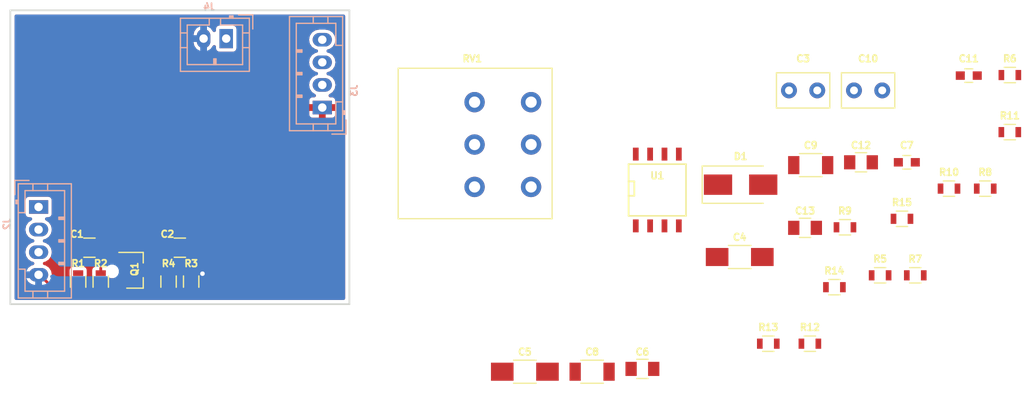
<source format=kicad_pcb>
(kicad_pcb (version 4) (host pcbnew 4.0.7)

  (general
    (links 61)
    (no_connects 52)
    (area 125.924999 62.924999 156.075001 89.075001)
    (thickness 1.6)
    (drawings 8)
    (tracks 18)
    (zones 0)
    (modules 35)
    (nets 25)
  )

  (page A4)
  (layers
    (0 F.Cu signal)
    (31 B.Cu signal)
    (32 B.Adhes user)
    (33 F.Adhes user)
    (34 B.Paste user)
    (35 F.Paste user)
    (36 B.SilkS user)
    (37 F.SilkS user)
    (38 B.Mask user)
    (39 F.Mask user)
    (40 Dwgs.User user)
    (41 Cmts.User user)
    (42 Eco1.User user)
    (43 Eco2.User user)
    (44 Edge.Cuts user)
    (45 Margin user)
    (46 B.CrtYd user)
    (47 F.CrtYd user)
    (48 B.Fab user)
    (49 F.Fab user)
  )

  (setup
    (last_trace_width 0.25)
    (trace_clearance 0.2)
    (zone_clearance 0.3)
    (zone_45_only no)
    (trace_min 0.2)
    (segment_width 0.2)
    (edge_width 0.15)
    (via_size 0.6)
    (via_drill 0.4)
    (via_min_size 0.4)
    (via_min_drill 0.3)
    (uvia_size 0.3)
    (uvia_drill 0.1)
    (uvias_allowed no)
    (uvia_min_size 0.2)
    (uvia_min_drill 0.1)
    (pcb_text_width 0.3)
    (pcb_text_size 1.5 1.5)
    (mod_edge_width 0.15)
    (mod_text_size 0.6 0.6)
    (mod_text_width 0.15)
    (pad_size 1.524 1.524)
    (pad_drill 0.762)
    (pad_to_mask_clearance 0.2)
    (aux_axis_origin 0 0)
    (visible_elements 7FFFFFFF)
    (pcbplotparams
      (layerselection 0x00030_80000001)
      (usegerberextensions false)
      (excludeedgelayer true)
      (linewidth 0.100000)
      (plotframeref false)
      (viasonmask false)
      (mode 1)
      (useauxorigin false)
      (hpglpennumber 1)
      (hpglpenspeed 20)
      (hpglpendiameter 15)
      (hpglpenoverlay 2)
      (psnegative false)
      (psa4output false)
      (plotreference true)
      (plotvalue true)
      (plotinvisibletext false)
      (padsonsilk false)
      (subtractmaskfromsilk false)
      (outputformat 1)
      (mirror false)
      (drillshape 1)
      (scaleselection 1)
      (outputdirectory ""))
  )

  (net 0 "")
  (net 1 /SIG_I)
  (net 2 "Net-(C1-Pad2)")
  (net 3 "Net-(C2-Pad1)")
  (net 4 "Net-(C2-Pad2)")
  (net 5 "Net-(C3-Pad2)")
  (net 6 "Net-(C4-Pad1)")
  (net 7 Earth)
  (net 8 VCC)
  (net 9 "Net-(C6-Pad1)")
  (net 10 "Net-(C10-Pad2)")
  (net 11 "Net-(C7-Pad1)")
  (net 12 /Vref)
  (net 13 /Mi)
  (net 14 "Net-(C10-Pad1)")
  (net 15 "Net-(C11-Pad2)")
  (net 16 /Mo)
  (net 17 "Net-(C12-Pad1)")
  (net 18 "Net-(C12-Pad2)")
  (net 19 "Net-(C13-Pad1)")
  (net 20 "Net-(C13-Pad2)")
  (net 21 /Mr)
  (net 22 "Net-(Q1-Pad2)")
  (net 23 "Net-(R10-Pad1)")
  (net 24 "Net-(RV1-Pad6)")

  (net_class Default "This is the default net class."
    (clearance 0.2)
    (trace_width 0.25)
    (via_dia 0.6)
    (via_drill 0.4)
    (uvia_dia 0.3)
    (uvia_drill 0.1)
    (add_net /Mi)
    (add_net /Mo)
    (add_net /Mr)
    (add_net /SIG_I)
    (add_net /Vref)
    (add_net Earth)
    (add_net "Net-(C1-Pad2)")
    (add_net "Net-(C10-Pad1)")
    (add_net "Net-(C10-Pad2)")
    (add_net "Net-(C11-Pad2)")
    (add_net "Net-(C12-Pad1)")
    (add_net "Net-(C12-Pad2)")
    (add_net "Net-(C13-Pad1)")
    (add_net "Net-(C13-Pad2)")
    (add_net "Net-(C2-Pad1)")
    (add_net "Net-(C2-Pad2)")
    (add_net "Net-(C3-Pad2)")
    (add_net "Net-(C4-Pad1)")
    (add_net "Net-(C6-Pad1)")
    (add_net "Net-(C7-Pad1)")
    (add_net "Net-(Q1-Pad2)")
    (add_net "Net-(R10-Pad1)")
    (add_net "Net-(RV1-Pad6)")
    (add_net VCC)
  )

  (module Capacitors_SMD:C_0805 (layer F.Cu) (tedit 5B05CFB3) (tstamp 5B05CB9E)
    (at 133 84)
    (descr "Capacitor SMD 0805, reflow soldering, AVX (see smccp.pdf)")
    (tags "capacitor 0805")
    (path /5AFF5A2B)
    (attr smd)
    (fp_text reference C1 (at -1.1 -1.2) (layer F.SilkS)
      (effects (font (size 0.6 0.6) (thickness 0.15)))
    )
    (fp_text value 0.1u (at 0 1.75) (layer F.Fab) hide
      (effects (font (size 0.6 0.6) (thickness 0.15)))
    )
    (fp_text user %R (at 0 -1.5) (layer F.Fab) hide
      (effects (font (size 0.6 0.6) (thickness 0.15)))
    )
    (fp_line (start -1 0.62) (end -1 -0.62) (layer F.Fab) (width 0.1))
    (fp_line (start 1 0.62) (end -1 0.62) (layer F.Fab) (width 0.1))
    (fp_line (start 1 -0.62) (end 1 0.62) (layer F.Fab) (width 0.1))
    (fp_line (start -1 -0.62) (end 1 -0.62) (layer F.Fab) (width 0.1))
    (fp_line (start 0.5 -0.85) (end -0.5 -0.85) (layer F.SilkS) (width 0.12))
    (fp_line (start -0.5 0.85) (end 0.5 0.85) (layer F.SilkS) (width 0.12))
    (fp_line (start -1.75 -0.88) (end 1.75 -0.88) (layer F.CrtYd) (width 0.05))
    (fp_line (start -1.75 -0.88) (end -1.75 0.87) (layer F.CrtYd) (width 0.05))
    (fp_line (start 1.75 0.87) (end 1.75 -0.88) (layer F.CrtYd) (width 0.05))
    (fp_line (start 1.75 0.87) (end -1.75 0.87) (layer F.CrtYd) (width 0.05))
    (pad 1 smd rect (at -1 0) (size 1 1.25) (layers F.Cu F.Paste F.Mask)
      (net 1 /SIG_I))
    (pad 2 smd rect (at 1 0) (size 1 1.25) (layers F.Cu F.Paste F.Mask)
      (net 2 "Net-(C1-Pad2)"))
    (model Capacitors_SMD.3dshapes/C_0805.wrl
      (at (xyz 0 0 0))
      (scale (xyz 1 1 1))
      (rotate (xyz 0 0 0))
    )
  )

  (module Capacitors_SMD:C_0805 (layer F.Cu) (tedit 5B05CFB6) (tstamp 5B05CBA4)
    (at 141 84)
    (descr "Capacitor SMD 0805, reflow soldering, AVX (see smccp.pdf)")
    (tags "capacitor 0805")
    (path /5AFF5C73)
    (attr smd)
    (fp_text reference C2 (at -1.1 -1.2) (layer F.SilkS)
      (effects (font (size 0.6 0.6) (thickness 0.15)))
    )
    (fp_text value 1u (at 0 1.75) (layer F.Fab) hide
      (effects (font (size 0.6 0.6) (thickness 0.15)))
    )
    (fp_text user %R (at 0 -1.5) (layer F.Fab) hide
      (effects (font (size 0.6 0.6) (thickness 0.15)))
    )
    (fp_line (start -1 0.62) (end -1 -0.62) (layer F.Fab) (width 0.1))
    (fp_line (start 1 0.62) (end -1 0.62) (layer F.Fab) (width 0.1))
    (fp_line (start 1 -0.62) (end 1 0.62) (layer F.Fab) (width 0.1))
    (fp_line (start -1 -0.62) (end 1 -0.62) (layer F.Fab) (width 0.1))
    (fp_line (start 0.5 -0.85) (end -0.5 -0.85) (layer F.SilkS) (width 0.12))
    (fp_line (start -0.5 0.85) (end 0.5 0.85) (layer F.SilkS) (width 0.12))
    (fp_line (start -1.75 -0.88) (end 1.75 -0.88) (layer F.CrtYd) (width 0.05))
    (fp_line (start -1.75 -0.88) (end -1.75 0.87) (layer F.CrtYd) (width 0.05))
    (fp_line (start 1.75 0.87) (end 1.75 -0.88) (layer F.CrtYd) (width 0.05))
    (fp_line (start 1.75 0.87) (end -1.75 0.87) (layer F.CrtYd) (width 0.05))
    (pad 1 smd rect (at -1 0) (size 1 1.25) (layers F.Cu F.Paste F.Mask)
      (net 3 "Net-(C2-Pad1)"))
    (pad 2 smd rect (at 1 0) (size 1 1.25) (layers F.Cu F.Paste F.Mask)
      (net 4 "Net-(C2-Pad2)"))
    (model Capacitors_SMD.3dshapes/C_0805.wrl
      (at (xyz 0 0 0))
      (scale (xyz 1 1 1))
      (rotate (xyz 0 0 0))
    )
  )

  (module Capacitors_THT:C_Rect_L4.6mm_W3.0mm_P2.50mm_MKS02_FKP02 (layer F.Cu) (tedit 597BC7C2) (tstamp 5B05CBAA)
    (at 194.895001 70.085)
    (descr "C, Rect series, Radial, pin pitch=2.50mm, , length*width=4.6*3.0mm^2, Capacitor, http://www.wima.de/DE/WIMA_MKS_02.pdf")
    (tags "C Rect series Radial pin pitch 2.50mm  length 4.6mm width 3.0mm Capacitor")
    (path /5AFF5D11)
    (fp_text reference C3 (at 1.25 -2.81) (layer F.SilkS)
      (effects (font (size 0.6 0.6) (thickness 0.15)))
    )
    (fp_text value 10n (at 1.25 2.81) (layer F.Fab)
      (effects (font (size 0.6 0.6) (thickness 0.15)))
    )
    (fp_line (start -1.05 -1.5) (end -1.05 1.5) (layer F.Fab) (width 0.1))
    (fp_line (start -1.05 1.5) (end 3.55 1.5) (layer F.Fab) (width 0.1))
    (fp_line (start 3.55 1.5) (end 3.55 -1.5) (layer F.Fab) (width 0.1))
    (fp_line (start 3.55 -1.5) (end -1.05 -1.5) (layer F.Fab) (width 0.1))
    (fp_line (start -1.11 -1.56) (end 3.61 -1.56) (layer F.SilkS) (width 0.12))
    (fp_line (start -1.11 1.56) (end 3.61 1.56) (layer F.SilkS) (width 0.12))
    (fp_line (start -1.11 -1.56) (end -1.11 1.56) (layer F.SilkS) (width 0.12))
    (fp_line (start 3.61 -1.56) (end 3.61 1.56) (layer F.SilkS) (width 0.12))
    (fp_line (start -1.4 -1.85) (end -1.4 1.85) (layer F.CrtYd) (width 0.05))
    (fp_line (start -1.4 1.85) (end 3.9 1.85) (layer F.CrtYd) (width 0.05))
    (fp_line (start 3.9 1.85) (end 3.9 -1.85) (layer F.CrtYd) (width 0.05))
    (fp_line (start 3.9 -1.85) (end -1.4 -1.85) (layer F.CrtYd) (width 0.05))
    (fp_text user %R (at 1.25 0) (layer F.Fab)
      (effects (font (size 0.6 0.6) (thickness 0.15)))
    )
    (pad 1 thru_hole circle (at 0 0) (size 1.4 1.4) (drill 0.7) (layers *.Cu *.Mask)
      (net 4 "Net-(C2-Pad2)"))
    (pad 2 thru_hole circle (at 2.5 0) (size 1.4 1.4) (drill 0.7) (layers *.Cu *.Mask)
      (net 5 "Net-(C3-Pad2)"))
    (model ${KISYS3DMOD}/Capacitors_THT.3dshapes/C_Rect_L4.6mm_W3.0mm_P2.50mm_MKS02_FKP02.wrl
      (at (xyz 0 0 0))
      (scale (xyz 1 1 1))
      (rotate (xyz 0 0 0))
    )
  )

  (module Capacitors_SMD:C_1206_HandSoldering (layer F.Cu) (tedit 58AA84D1) (tstamp 5B05CBB0)
    (at 190.535001 84.825)
    (descr "Capacitor SMD 1206, hand soldering")
    (tags "capacitor 1206")
    (path /5AFF64B4)
    (attr smd)
    (fp_text reference C4 (at 0 -1.75) (layer F.SilkS)
      (effects (font (size 0.6 0.6) (thickness 0.15)))
    )
    (fp_text value 10u (at 0 2) (layer F.Fab)
      (effects (font (size 0.6 0.6) (thickness 0.15)))
    )
    (fp_text user %R (at 0 -1.75) (layer F.Fab)
      (effects (font (size 0.6 0.6) (thickness 0.15)))
    )
    (fp_line (start -1.6 0.8) (end -1.6 -0.8) (layer F.Fab) (width 0.1))
    (fp_line (start 1.6 0.8) (end -1.6 0.8) (layer F.Fab) (width 0.1))
    (fp_line (start 1.6 -0.8) (end 1.6 0.8) (layer F.Fab) (width 0.1))
    (fp_line (start -1.6 -0.8) (end 1.6 -0.8) (layer F.Fab) (width 0.1))
    (fp_line (start 1 -1.02) (end -1 -1.02) (layer F.SilkS) (width 0.12))
    (fp_line (start -1 1.02) (end 1 1.02) (layer F.SilkS) (width 0.12))
    (fp_line (start -3.25 -1.05) (end 3.25 -1.05) (layer F.CrtYd) (width 0.05))
    (fp_line (start -3.25 -1.05) (end -3.25 1.05) (layer F.CrtYd) (width 0.05))
    (fp_line (start 3.25 1.05) (end 3.25 -1.05) (layer F.CrtYd) (width 0.05))
    (fp_line (start 3.25 1.05) (end -3.25 1.05) (layer F.CrtYd) (width 0.05))
    (pad 1 smd rect (at -2 0) (size 2 1.6) (layers F.Cu F.Paste F.Mask)
      (net 6 "Net-(C4-Pad1)"))
    (pad 2 smd rect (at 2 0) (size 2 1.6) (layers F.Cu F.Paste F.Mask)
      (net 7 Earth))
    (model Capacitors_SMD.3dshapes/C_1206.wrl
      (at (xyz 0 0 0))
      (scale (xyz 1 1 1))
      (rotate (xyz 0 0 0))
    )
  )

  (module Capacitors_SMD:C_1206_HandSoldering (layer F.Cu) (tedit 58AA84D1) (tstamp 5B05CBB6)
    (at 171.525001 94.975)
    (descr "Capacitor SMD 1206, hand soldering")
    (tags "capacitor 1206")
    (path /5AFF7842)
    (attr smd)
    (fp_text reference C5 (at 0 -1.75) (layer F.SilkS)
      (effects (font (size 0.6 0.6) (thickness 0.15)))
    )
    (fp_text value 47u (at 0 2) (layer F.Fab)
      (effects (font (size 0.6 0.6) (thickness 0.15)))
    )
    (fp_text user %R (at 0 -1.75) (layer F.Fab)
      (effects (font (size 0.6 0.6) (thickness 0.15)))
    )
    (fp_line (start -1.6 0.8) (end -1.6 -0.8) (layer F.Fab) (width 0.1))
    (fp_line (start 1.6 0.8) (end -1.6 0.8) (layer F.Fab) (width 0.1))
    (fp_line (start 1.6 -0.8) (end 1.6 0.8) (layer F.Fab) (width 0.1))
    (fp_line (start -1.6 -0.8) (end 1.6 -0.8) (layer F.Fab) (width 0.1))
    (fp_line (start 1 -1.02) (end -1 -1.02) (layer F.SilkS) (width 0.12))
    (fp_line (start -1 1.02) (end 1 1.02) (layer F.SilkS) (width 0.12))
    (fp_line (start -3.25 -1.05) (end 3.25 -1.05) (layer F.CrtYd) (width 0.05))
    (fp_line (start -3.25 -1.05) (end -3.25 1.05) (layer F.CrtYd) (width 0.05))
    (fp_line (start 3.25 1.05) (end 3.25 -1.05) (layer F.CrtYd) (width 0.05))
    (fp_line (start 3.25 1.05) (end -3.25 1.05) (layer F.CrtYd) (width 0.05))
    (pad 1 smd rect (at -2 0) (size 2 1.6) (layers F.Cu F.Paste F.Mask)
      (net 8 VCC))
    (pad 2 smd rect (at 2 0) (size 2 1.6) (layers F.Cu F.Paste F.Mask)
      (net 7 Earth))
    (model Capacitors_SMD.3dshapes/C_1206.wrl
      (at (xyz 0 0 0))
      (scale (xyz 1 1 1))
      (rotate (xyz 0 0 0))
    )
  )

  (module Capacitors_SMD:C_0805 (layer F.Cu) (tedit 58AA8463) (tstamp 5B05CBBC)
    (at 181.925001 94.725)
    (descr "Capacitor SMD 0805, reflow soldering, AVX (see smccp.pdf)")
    (tags "capacitor 0805")
    (path /5AFF5D48)
    (attr smd)
    (fp_text reference C6 (at 0 -1.5) (layer F.SilkS)
      (effects (font (size 0.6 0.6) (thickness 0.15)))
    )
    (fp_text value 2.2n (at 0 1.75) (layer F.Fab)
      (effects (font (size 0.6 0.6) (thickness 0.15)))
    )
    (fp_text user %R (at 0 -1.5) (layer F.Fab)
      (effects (font (size 0.6 0.6) (thickness 0.15)))
    )
    (fp_line (start -1 0.62) (end -1 -0.62) (layer F.Fab) (width 0.1))
    (fp_line (start 1 0.62) (end -1 0.62) (layer F.Fab) (width 0.1))
    (fp_line (start 1 -0.62) (end 1 0.62) (layer F.Fab) (width 0.1))
    (fp_line (start -1 -0.62) (end 1 -0.62) (layer F.Fab) (width 0.1))
    (fp_line (start 0.5 -0.85) (end -0.5 -0.85) (layer F.SilkS) (width 0.12))
    (fp_line (start -0.5 0.85) (end 0.5 0.85) (layer F.SilkS) (width 0.12))
    (fp_line (start -1.75 -0.88) (end 1.75 -0.88) (layer F.CrtYd) (width 0.05))
    (fp_line (start -1.75 -0.88) (end -1.75 0.87) (layer F.CrtYd) (width 0.05))
    (fp_line (start 1.75 0.87) (end 1.75 -0.88) (layer F.CrtYd) (width 0.05))
    (fp_line (start 1.75 0.87) (end -1.75 0.87) (layer F.CrtYd) (width 0.05))
    (pad 1 smd rect (at -1 0) (size 1 1.25) (layers F.Cu F.Paste F.Mask)
      (net 9 "Net-(C6-Pad1)"))
    (pad 2 smd rect (at 1 0) (size 1 1.25) (layers F.Cu F.Paste F.Mask)
      (net 10 "Net-(C10-Pad2)"))
    (model Capacitors_SMD.3dshapes/C_0805.wrl
      (at (xyz 0 0 0))
      (scale (xyz 1 1 1))
      (rotate (xyz 0 0 0))
    )
  )

  (module Capacitors_SMD:C_0603 (layer F.Cu) (tedit 59958EE7) (tstamp 5B05CBC2)
    (at 205.320952 76.445)
    (descr "Capacitor SMD 0603, reflow soldering, AVX (see smccp.pdf)")
    (tags "capacitor 0603")
    (path /5AFF60E3)
    (attr smd)
    (fp_text reference C7 (at 0 -1.5) (layer F.SilkS)
      (effects (font (size 0.6 0.6) (thickness 0.15)))
    )
    (fp_text value 100p (at 0 1.5) (layer F.Fab)
      (effects (font (size 0.6 0.6) (thickness 0.15)))
    )
    (fp_line (start 1.4 0.65) (end -1.4 0.65) (layer F.CrtYd) (width 0.05))
    (fp_line (start 1.4 0.65) (end 1.4 -0.65) (layer F.CrtYd) (width 0.05))
    (fp_line (start -1.4 -0.65) (end -1.4 0.65) (layer F.CrtYd) (width 0.05))
    (fp_line (start -1.4 -0.65) (end 1.4 -0.65) (layer F.CrtYd) (width 0.05))
    (fp_line (start 0.35 0.6) (end -0.35 0.6) (layer F.SilkS) (width 0.12))
    (fp_line (start -0.35 -0.6) (end 0.35 -0.6) (layer F.SilkS) (width 0.12))
    (fp_line (start -0.8 -0.4) (end 0.8 -0.4) (layer F.Fab) (width 0.1))
    (fp_line (start 0.8 -0.4) (end 0.8 0.4) (layer F.Fab) (width 0.1))
    (fp_line (start 0.8 0.4) (end -0.8 0.4) (layer F.Fab) (width 0.1))
    (fp_line (start -0.8 0.4) (end -0.8 -0.4) (layer F.Fab) (width 0.1))
    (fp_text user %R (at 0 0) (layer F.Fab)
      (effects (font (size 0.6 0.6) (thickness 0.15)))
    )
    (pad 2 smd rect (at 0.75 0) (size 0.8 0.75) (layers F.Cu F.Paste F.Mask)
      (net 10 "Net-(C10-Pad2)"))
    (pad 1 smd rect (at -0.75 0) (size 0.8 0.75) (layers F.Cu F.Paste F.Mask)
      (net 11 "Net-(C7-Pad1)"))
    (model Capacitors_SMD.3dshapes/C_0603.wrl
      (at (xyz 0 0 0))
      (scale (xyz 1 1 1))
      (rotate (xyz 0 0 0))
    )
  )

  (module Capacitors_SMD:C_1206 (layer F.Cu) (tedit 58AA84B8) (tstamp 5B05CBC8)
    (at 177.475001 94.975)
    (descr "Capacitor SMD 1206, reflow soldering, AVX (see smccp.pdf)")
    (tags "capacitor 1206")
    (path /5AFF75D7)
    (attr smd)
    (fp_text reference C8 (at 0 -1.75) (layer F.SilkS)
      (effects (font (size 0.6 0.6) (thickness 0.15)))
    )
    (fp_text value 47u (at 0 2) (layer F.Fab)
      (effects (font (size 0.6 0.6) (thickness 0.15)))
    )
    (fp_text user %R (at 0 -1.75) (layer F.Fab)
      (effects (font (size 0.6 0.6) (thickness 0.15)))
    )
    (fp_line (start -1.6 0.8) (end -1.6 -0.8) (layer F.Fab) (width 0.1))
    (fp_line (start 1.6 0.8) (end -1.6 0.8) (layer F.Fab) (width 0.1))
    (fp_line (start 1.6 -0.8) (end 1.6 0.8) (layer F.Fab) (width 0.1))
    (fp_line (start -1.6 -0.8) (end 1.6 -0.8) (layer F.Fab) (width 0.1))
    (fp_line (start 1 -1.02) (end -1 -1.02) (layer F.SilkS) (width 0.12))
    (fp_line (start -1 1.02) (end 1 1.02) (layer F.SilkS) (width 0.12))
    (fp_line (start -2.25 -1.05) (end 2.25 -1.05) (layer F.CrtYd) (width 0.05))
    (fp_line (start -2.25 -1.05) (end -2.25 1.05) (layer F.CrtYd) (width 0.05))
    (fp_line (start 2.25 1.05) (end 2.25 -1.05) (layer F.CrtYd) (width 0.05))
    (fp_line (start 2.25 1.05) (end -2.25 1.05) (layer F.CrtYd) (width 0.05))
    (pad 1 smd rect (at -1.5 0) (size 1 1.6) (layers F.Cu F.Paste F.Mask)
      (net 12 /Vref))
    (pad 2 smd rect (at 1.5 0) (size 1 1.6) (layers F.Cu F.Paste F.Mask)
      (net 7 Earth))
    (model Capacitors_SMD.3dshapes/C_1206.wrl
      (at (xyz 0 0 0))
      (scale (xyz 1 1 1))
      (rotate (xyz 0 0 0))
    )
  )

  (module Capacitors_SMD:C_1206 (layer F.Cu) (tedit 58AA84B8) (tstamp 5B05CBCE)
    (at 196.815001 76.695)
    (descr "Capacitor SMD 1206, reflow soldering, AVX (see smccp.pdf)")
    (tags "capacitor 1206")
    (path /5AFF6BAD)
    (attr smd)
    (fp_text reference C9 (at 0 -1.75) (layer F.SilkS)
      (effects (font (size 0.6 0.6) (thickness 0.15)))
    )
    (fp_text value 10u (at 0 2) (layer F.Fab)
      (effects (font (size 0.6 0.6) (thickness 0.15)))
    )
    (fp_text user %R (at 0 -1.75) (layer F.Fab)
      (effects (font (size 0.6 0.6) (thickness 0.15)))
    )
    (fp_line (start -1.6 0.8) (end -1.6 -0.8) (layer F.Fab) (width 0.1))
    (fp_line (start 1.6 0.8) (end -1.6 0.8) (layer F.Fab) (width 0.1))
    (fp_line (start 1.6 -0.8) (end 1.6 0.8) (layer F.Fab) (width 0.1))
    (fp_line (start -1.6 -0.8) (end 1.6 -0.8) (layer F.Fab) (width 0.1))
    (fp_line (start 1 -1.02) (end -1 -1.02) (layer F.SilkS) (width 0.12))
    (fp_line (start -1 1.02) (end 1 1.02) (layer F.SilkS) (width 0.12))
    (fp_line (start -2.25 -1.05) (end 2.25 -1.05) (layer F.CrtYd) (width 0.05))
    (fp_line (start -2.25 -1.05) (end -2.25 1.05) (layer F.CrtYd) (width 0.05))
    (fp_line (start 2.25 1.05) (end 2.25 -1.05) (layer F.CrtYd) (width 0.05))
    (fp_line (start 2.25 1.05) (end -2.25 1.05) (layer F.CrtYd) (width 0.05))
    (pad 1 smd rect (at -1.5 0) (size 1 1.6) (layers F.Cu F.Paste F.Mask)
      (net 13 /Mi))
    (pad 2 smd rect (at 1.5 0) (size 1 1.6) (layers F.Cu F.Paste F.Mask)
      (net 10 "Net-(C10-Pad2)"))
    (model Capacitors_SMD.3dshapes/C_1206.wrl
      (at (xyz 0 0 0))
      (scale (xyz 1 1 1))
      (rotate (xyz 0 0 0))
    )
  )

  (module Capacitors_THT:C_Rect_L4.6mm_W3.0mm_P2.50mm_MKS02_FKP02 (layer F.Cu) (tedit 597BC7C2) (tstamp 5B05CBD4)
    (at 200.645001 70.085)
    (descr "C, Rect series, Radial, pin pitch=2.50mm, , length*width=4.6*3.0mm^2, Capacitor, http://www.wima.de/DE/WIMA_MKS_02.pdf")
    (tags "C Rect series Radial pin pitch 2.50mm  length 4.6mm width 3.0mm Capacitor")
    (path /5B03D8BB)
    (fp_text reference C10 (at 1.25 -2.81) (layer F.SilkS)
      (effects (font (size 0.6 0.6) (thickness 0.15)))
    )
    (fp_text value 68n (at 1.25 2.81) (layer F.Fab)
      (effects (font (size 0.6 0.6) (thickness 0.15)))
    )
    (fp_line (start -1.05 -1.5) (end -1.05 1.5) (layer F.Fab) (width 0.1))
    (fp_line (start -1.05 1.5) (end 3.55 1.5) (layer F.Fab) (width 0.1))
    (fp_line (start 3.55 1.5) (end 3.55 -1.5) (layer F.Fab) (width 0.1))
    (fp_line (start 3.55 -1.5) (end -1.05 -1.5) (layer F.Fab) (width 0.1))
    (fp_line (start -1.11 -1.56) (end 3.61 -1.56) (layer F.SilkS) (width 0.12))
    (fp_line (start -1.11 1.56) (end 3.61 1.56) (layer F.SilkS) (width 0.12))
    (fp_line (start -1.11 -1.56) (end -1.11 1.56) (layer F.SilkS) (width 0.12))
    (fp_line (start 3.61 -1.56) (end 3.61 1.56) (layer F.SilkS) (width 0.12))
    (fp_line (start -1.4 -1.85) (end -1.4 1.85) (layer F.CrtYd) (width 0.05))
    (fp_line (start -1.4 1.85) (end 3.9 1.85) (layer F.CrtYd) (width 0.05))
    (fp_line (start 3.9 1.85) (end 3.9 -1.85) (layer F.CrtYd) (width 0.05))
    (fp_line (start 3.9 -1.85) (end -1.4 -1.85) (layer F.CrtYd) (width 0.05))
    (fp_text user %R (at 1.25 0) (layer F.Fab)
      (effects (font (size 0.6 0.6) (thickness 0.15)))
    )
    (pad 1 thru_hole circle (at 0 0) (size 1.4 1.4) (drill 0.7) (layers *.Cu *.Mask)
      (net 14 "Net-(C10-Pad1)"))
    (pad 2 thru_hole circle (at 2.5 0) (size 1.4 1.4) (drill 0.7) (layers *.Cu *.Mask)
      (net 10 "Net-(C10-Pad2)"))
    (model ${KISYS3DMOD}/Capacitors_THT.3dshapes/C_Rect_L4.6mm_W3.0mm_P2.50mm_MKS02_FKP02.wrl
      (at (xyz 0 0 0))
      (scale (xyz 1 1 1))
      (rotate (xyz 0 0 0))
    )
  )

  (module Capacitors_SMD:C_0603 (layer F.Cu) (tedit 59958EE7) (tstamp 5B05CBDA)
    (at 210.800952 68.775)
    (descr "Capacitor SMD 0603, reflow soldering, AVX (see smccp.pdf)")
    (tags "capacitor 0603")
    (path /5AFF6F5E)
    (attr smd)
    (fp_text reference C11 (at 0 -1.5) (layer F.SilkS)
      (effects (font (size 0.6 0.6) (thickness 0.15)))
    )
    (fp_text value 100p (at 0 1.5) (layer F.Fab)
      (effects (font (size 0.6 0.6) (thickness 0.15)))
    )
    (fp_line (start 1.4 0.65) (end -1.4 0.65) (layer F.CrtYd) (width 0.05))
    (fp_line (start 1.4 0.65) (end 1.4 -0.65) (layer F.CrtYd) (width 0.05))
    (fp_line (start -1.4 -0.65) (end -1.4 0.65) (layer F.CrtYd) (width 0.05))
    (fp_line (start -1.4 -0.65) (end 1.4 -0.65) (layer F.CrtYd) (width 0.05))
    (fp_line (start 0.35 0.6) (end -0.35 0.6) (layer F.SilkS) (width 0.12))
    (fp_line (start -0.35 -0.6) (end 0.35 -0.6) (layer F.SilkS) (width 0.12))
    (fp_line (start -0.8 -0.4) (end 0.8 -0.4) (layer F.Fab) (width 0.1))
    (fp_line (start 0.8 -0.4) (end 0.8 0.4) (layer F.Fab) (width 0.1))
    (fp_line (start 0.8 0.4) (end -0.8 0.4) (layer F.Fab) (width 0.1))
    (fp_line (start -0.8 0.4) (end -0.8 -0.4) (layer F.Fab) (width 0.1))
    (fp_text user %R (at 0 0) (layer F.Fab)
      (effects (font (size 0.6 0.6) (thickness 0.15)))
    )
    (pad 2 smd rect (at 0.75 0) (size 0.8 0.75) (layers F.Cu F.Paste F.Mask)
      (net 15 "Net-(C11-Pad2)"))
    (pad 1 smd rect (at -0.75 0) (size 0.8 0.75) (layers F.Cu F.Paste F.Mask)
      (net 16 /Mo))
    (model Capacitors_SMD.3dshapes/C_0603.wrl
      (at (xyz 0 0 0))
      (scale (xyz 1 1 1))
      (rotate (xyz 0 0 0))
    )
  )

  (module Capacitors_SMD:C_0805 (layer F.Cu) (tedit 58AA8463) (tstamp 5B05CBE0)
    (at 201.265001 76.445)
    (descr "Capacitor SMD 0805, reflow soldering, AVX (see smccp.pdf)")
    (tags "capacitor 0805")
    (path /5AFF70FC)
    (attr smd)
    (fp_text reference C12 (at 0 -1.5) (layer F.SilkS)
      (effects (font (size 0.6 0.6) (thickness 0.15)))
    )
    (fp_text value 1u (at 0 1.75) (layer F.Fab)
      (effects (font (size 0.6 0.6) (thickness 0.15)))
    )
    (fp_text user %R (at 0 -1.5) (layer F.Fab)
      (effects (font (size 0.6 0.6) (thickness 0.15)))
    )
    (fp_line (start -1 0.62) (end -1 -0.62) (layer F.Fab) (width 0.1))
    (fp_line (start 1 0.62) (end -1 0.62) (layer F.Fab) (width 0.1))
    (fp_line (start 1 -0.62) (end 1 0.62) (layer F.Fab) (width 0.1))
    (fp_line (start -1 -0.62) (end 1 -0.62) (layer F.Fab) (width 0.1))
    (fp_line (start 0.5 -0.85) (end -0.5 -0.85) (layer F.SilkS) (width 0.12))
    (fp_line (start -0.5 0.85) (end 0.5 0.85) (layer F.SilkS) (width 0.12))
    (fp_line (start -1.75 -0.88) (end 1.75 -0.88) (layer F.CrtYd) (width 0.05))
    (fp_line (start -1.75 -0.88) (end -1.75 0.87) (layer F.CrtYd) (width 0.05))
    (fp_line (start 1.75 0.87) (end 1.75 -0.88) (layer F.CrtYd) (width 0.05))
    (fp_line (start 1.75 0.87) (end -1.75 0.87) (layer F.CrtYd) (width 0.05))
    (pad 1 smd rect (at -1 0) (size 1 1.25) (layers F.Cu F.Paste F.Mask)
      (net 17 "Net-(C12-Pad1)"))
    (pad 2 smd rect (at 1 0) (size 1 1.25) (layers F.Cu F.Paste F.Mask)
      (net 18 "Net-(C12-Pad2)"))
    (model Capacitors_SMD.3dshapes/C_0805.wrl
      (at (xyz 0 0 0))
      (scale (xyz 1 1 1))
      (rotate (xyz 0 0 0))
    )
  )

  (module Capacitors_SMD:C_0805 (layer F.Cu) (tedit 58AA8463) (tstamp 5B05CBE6)
    (at 196.315001 82.245)
    (descr "Capacitor SMD 0805, reflow soldering, AVX (see smccp.pdf)")
    (tags "capacitor 0805")
    (path /5B045C48)
    (attr smd)
    (fp_text reference C13 (at 0 -1.5) (layer F.SilkS)
      (effects (font (size 0.6 0.6) (thickness 0.15)))
    )
    (fp_text value 2u (at 0 1.75) (layer F.Fab)
      (effects (font (size 0.6 0.6) (thickness 0.15)))
    )
    (fp_text user %R (at 0 -1.5) (layer F.Fab)
      (effects (font (size 0.6 0.6) (thickness 0.15)))
    )
    (fp_line (start -1 0.62) (end -1 -0.62) (layer F.Fab) (width 0.1))
    (fp_line (start 1 0.62) (end -1 0.62) (layer F.Fab) (width 0.1))
    (fp_line (start 1 -0.62) (end 1 0.62) (layer F.Fab) (width 0.1))
    (fp_line (start -1 -0.62) (end 1 -0.62) (layer F.Fab) (width 0.1))
    (fp_line (start 0.5 -0.85) (end -0.5 -0.85) (layer F.SilkS) (width 0.12))
    (fp_line (start -0.5 0.85) (end 0.5 0.85) (layer F.SilkS) (width 0.12))
    (fp_line (start -1.75 -0.88) (end 1.75 -0.88) (layer F.CrtYd) (width 0.05))
    (fp_line (start -1.75 -0.88) (end -1.75 0.87) (layer F.CrtYd) (width 0.05))
    (fp_line (start 1.75 0.87) (end 1.75 -0.88) (layer F.CrtYd) (width 0.05))
    (fp_line (start 1.75 0.87) (end -1.75 0.87) (layer F.CrtYd) (width 0.05))
    (pad 1 smd rect (at -1 0) (size 1 1.25) (layers F.Cu F.Paste F.Mask)
      (net 19 "Net-(C13-Pad1)"))
    (pad 2 smd rect (at 1 0) (size 1 1.25) (layers F.Cu F.Paste F.Mask)
      (net 20 "Net-(C13-Pad2)"))
    (model Capacitors_SMD.3dshapes/C_0805.wrl
      (at (xyz 0 0 0))
      (scale (xyz 1 1 1))
      (rotate (xyz 0 0 0))
    )
  )

  (module Diodes_SMD:D_SMA (layer F.Cu) (tedit 586432E5) (tstamp 5B05CBEC)
    (at 190.615001 78.425)
    (descr "Diode SMA (DO-214AC)")
    (tags "Diode SMA (DO-214AC)")
    (path /5AFF7964)
    (attr smd)
    (fp_text reference D1 (at 0 -2.5) (layer F.SilkS)
      (effects (font (size 0.6 0.6) (thickness 0.15)))
    )
    (fp_text value S1A (at 0 2.6) (layer F.Fab)
      (effects (font (size 0.6 0.6) (thickness 0.15)))
    )
    (fp_text user %R (at 0 -2.5) (layer F.Fab)
      (effects (font (size 0.6 0.6) (thickness 0.15)))
    )
    (fp_line (start -3.4 -1.65) (end -3.4 1.65) (layer F.SilkS) (width 0.12))
    (fp_line (start 2.3 1.5) (end -2.3 1.5) (layer F.Fab) (width 0.1))
    (fp_line (start -2.3 1.5) (end -2.3 -1.5) (layer F.Fab) (width 0.1))
    (fp_line (start 2.3 -1.5) (end 2.3 1.5) (layer F.Fab) (width 0.1))
    (fp_line (start 2.3 -1.5) (end -2.3 -1.5) (layer F.Fab) (width 0.1))
    (fp_line (start -3.5 -1.75) (end 3.5 -1.75) (layer F.CrtYd) (width 0.05))
    (fp_line (start 3.5 -1.75) (end 3.5 1.75) (layer F.CrtYd) (width 0.05))
    (fp_line (start 3.5 1.75) (end -3.5 1.75) (layer F.CrtYd) (width 0.05))
    (fp_line (start -3.5 1.75) (end -3.5 -1.75) (layer F.CrtYd) (width 0.05))
    (fp_line (start -0.64944 0.00102) (end -1.55114 0.00102) (layer F.Fab) (width 0.1))
    (fp_line (start 0.50118 0.00102) (end 1.4994 0.00102) (layer F.Fab) (width 0.1))
    (fp_line (start -0.64944 -0.79908) (end -0.64944 0.80112) (layer F.Fab) (width 0.1))
    (fp_line (start 0.50118 0.75032) (end 0.50118 -0.79908) (layer F.Fab) (width 0.1))
    (fp_line (start -0.64944 0.00102) (end 0.50118 0.75032) (layer F.Fab) (width 0.1))
    (fp_line (start -0.64944 0.00102) (end 0.50118 -0.79908) (layer F.Fab) (width 0.1))
    (fp_line (start -3.4 1.65) (end 2 1.65) (layer F.SilkS) (width 0.12))
    (fp_line (start -3.4 -1.65) (end 2 -1.65) (layer F.SilkS) (width 0.12))
    (pad 1 smd rect (at -2 0) (size 2.5 1.8) (layers F.Cu F.Paste F.Mask)
      (net 8 VCC))
    (pad 2 smd rect (at 2 0) (size 2.5 1.8) (layers F.Cu F.Paste F.Mask)
      (net 7 Earth))
    (model ${KISYS3DMOD}/Diodes_SMD.3dshapes/D_SMA.wrl
      (at (xyz 0 0 0))
      (scale (xyz 1 1 1))
      (rotate (xyz 0 0 0))
    )
  )

  (module Connectors_JST:JST_PH_B4B-PH-K_04x2.00mm_Straight (layer B.Cu) (tedit 5B05CCAD) (tstamp 5B05CBF4)
    (at 128.5 80.4 270)
    (descr "JST PH series connector, B4B-PH-K, top entry type, through hole, Datasheet: http://www.jst-mfg.com/product/pdf/eng/ePH.pdf")
    (tags "connector jst ph")
    (path /5B03D2CD)
    (fp_text reference J2 (at 1.5 2.8 270) (layer B.SilkS)
      (effects (font (size 0.6 0.6) (thickness 0.15)) (justify mirror))
    )
    (fp_text value Conn_01x04_Male (at 3 -3.8 270) (layer B.Fab) hide
      (effects (font (size 0.6 0.6) (thickness 0.15)) (justify mirror))
    )
    (fp_line (start -2.05 1.8) (end -2.05 -2.9) (layer B.SilkS) (width 0.12))
    (fp_line (start -2.05 -2.9) (end 8.05 -2.9) (layer B.SilkS) (width 0.12))
    (fp_line (start 8.05 -2.9) (end 8.05 1.8) (layer B.SilkS) (width 0.12))
    (fp_line (start 8.05 1.8) (end -2.05 1.8) (layer B.SilkS) (width 0.12))
    (fp_line (start 0.5 1.8) (end 0.5 1.2) (layer B.SilkS) (width 0.12))
    (fp_line (start 0.5 1.2) (end -1.45 1.2) (layer B.SilkS) (width 0.12))
    (fp_line (start -1.45 1.2) (end -1.45 -2.3) (layer B.SilkS) (width 0.12))
    (fp_line (start -1.45 -2.3) (end 7.45 -2.3) (layer B.SilkS) (width 0.12))
    (fp_line (start 7.45 -2.3) (end 7.45 1.2) (layer B.SilkS) (width 0.12))
    (fp_line (start 7.45 1.2) (end 5.5 1.2) (layer B.SilkS) (width 0.12))
    (fp_line (start 5.5 1.2) (end 5.5 1.8) (layer B.SilkS) (width 0.12))
    (fp_line (start -2.05 0.5) (end -1.45 0.5) (layer B.SilkS) (width 0.12))
    (fp_line (start -2.05 -0.8) (end -1.45 -0.8) (layer B.SilkS) (width 0.12))
    (fp_line (start 8.05 0.5) (end 7.45 0.5) (layer B.SilkS) (width 0.12))
    (fp_line (start 8.05 -0.8) (end 7.45 -0.8) (layer B.SilkS) (width 0.12))
    (fp_line (start -0.3 1.8) (end -0.3 2) (layer B.SilkS) (width 0.12))
    (fp_line (start -0.3 2) (end -0.6 2) (layer B.SilkS) (width 0.12))
    (fp_line (start -0.6 2) (end -0.6 1.8) (layer B.SilkS) (width 0.12))
    (fp_line (start -0.3 1.9) (end -0.6 1.9) (layer B.SilkS) (width 0.12))
    (fp_line (start 0.9 -2.3) (end 0.9 -1.8) (layer B.SilkS) (width 0.12))
    (fp_line (start 0.9 -1.8) (end 1.1 -1.8) (layer B.SilkS) (width 0.12))
    (fp_line (start 1.1 -1.8) (end 1.1 -2.3) (layer B.SilkS) (width 0.12))
    (fp_line (start 1 -2.3) (end 1 -1.8) (layer B.SilkS) (width 0.12))
    (fp_line (start 2.9 -2.3) (end 2.9 -1.8) (layer B.SilkS) (width 0.12))
    (fp_line (start 2.9 -1.8) (end 3.1 -1.8) (layer B.SilkS) (width 0.12))
    (fp_line (start 3.1 -1.8) (end 3.1 -2.3) (layer B.SilkS) (width 0.12))
    (fp_line (start 3 -2.3) (end 3 -1.8) (layer B.SilkS) (width 0.12))
    (fp_line (start 4.9 -2.3) (end 4.9 -1.8) (layer B.SilkS) (width 0.12))
    (fp_line (start 4.9 -1.8) (end 5.1 -1.8) (layer B.SilkS) (width 0.12))
    (fp_line (start 5.1 -1.8) (end 5.1 -2.3) (layer B.SilkS) (width 0.12))
    (fp_line (start 5 -2.3) (end 5 -1.8) (layer B.SilkS) (width 0.12))
    (fp_line (start -1.1 2.1) (end -2.35 2.1) (layer B.SilkS) (width 0.12))
    (fp_line (start -2.35 2.1) (end -2.35 0.85) (layer B.SilkS) (width 0.12))
    (fp_line (start -1.1 2.1) (end -2.35 2.1) (layer B.Fab) (width 0.1))
    (fp_line (start -2.35 2.1) (end -2.35 0.85) (layer B.Fab) (width 0.1))
    (fp_line (start -1.95 1.7) (end -1.95 -2.8) (layer B.Fab) (width 0.1))
    (fp_line (start -1.95 -2.8) (end 7.95 -2.8) (layer B.Fab) (width 0.1))
    (fp_line (start 7.95 -2.8) (end 7.95 1.7) (layer B.Fab) (width 0.1))
    (fp_line (start 7.95 1.7) (end -1.95 1.7) (layer B.Fab) (width 0.1))
    (fp_line (start -2.45 2.2) (end -2.45 -3.3) (layer B.CrtYd) (width 0.05))
    (fp_line (start -2.45 -3.3) (end 8.45 -3.3) (layer B.CrtYd) (width 0.05))
    (fp_line (start 8.45 -3.3) (end 8.45 2.2) (layer B.CrtYd) (width 0.05))
    (fp_line (start 8.45 2.2) (end -2.45 2.2) (layer B.CrtYd) (width 0.05))
    (fp_text user %R (at 3 -1.5 270) (layer B.Fab) hide
      (effects (font (size 0.6 0.6) (thickness 0.15)) (justify mirror))
    )
    (pad 1 thru_hole rect (at 0 0 270) (size 1.2 1.7) (drill 0.75) (layers *.Cu *.Mask)
      (net 18 "Net-(C12-Pad2)"))
    (pad 2 thru_hole oval (at 2 0 270) (size 1.2 1.7) (drill 0.75) (layers *.Cu *.Mask)
      (net 1 /SIG_I))
    (pad 3 thru_hole oval (at 4 0 270) (size 1.2 1.7) (drill 0.75) (layers *.Cu *.Mask)
      (net 8 VCC))
    (pad 4 thru_hole oval (at 6 0 270) (size 1.2 1.7) (drill 0.75) (layers *.Cu *.Mask)
      (net 7 Earth))
    (model ${KISYS3DMOD}/Connectors_JST.3dshapes/JST_PH_B4B-PH-K_04x2.00mm_Straight.wrl
      (at (xyz 0 0 0))
      (scale (xyz 1 1 1))
      (rotate (xyz 0 0 0))
    )
  )

  (module Connectors_JST:JST_PH_B4B-PH-K_04x2.00mm_Straight (layer B.Cu) (tedit 5B05CCB5) (tstamp 5B05CBFC)
    (at 153.6 71.6 90)
    (descr "JST PH series connector, B4B-PH-K, top entry type, through hole, Datasheet: http://www.jst-mfg.com/product/pdf/eng/ePH.pdf")
    (tags "connector jst ph")
    (path /5AFF8864)
    (fp_text reference J3 (at 1.5 2.8 90) (layer B.SilkS)
      (effects (font (size 0.6 0.6) (thickness 0.15)) (justify mirror))
    )
    (fp_text value Conn_01x04_Male (at 3 -3.8 90) (layer B.Fab) hide
      (effects (font (size 0.6 0.6) (thickness 0.15)) (justify mirror))
    )
    (fp_line (start -2.05 1.8) (end -2.05 -2.9) (layer B.SilkS) (width 0.12))
    (fp_line (start -2.05 -2.9) (end 8.05 -2.9) (layer B.SilkS) (width 0.12))
    (fp_line (start 8.05 -2.9) (end 8.05 1.8) (layer B.SilkS) (width 0.12))
    (fp_line (start 8.05 1.8) (end -2.05 1.8) (layer B.SilkS) (width 0.12))
    (fp_line (start 0.5 1.8) (end 0.5 1.2) (layer B.SilkS) (width 0.12))
    (fp_line (start 0.5 1.2) (end -1.45 1.2) (layer B.SilkS) (width 0.12))
    (fp_line (start -1.45 1.2) (end -1.45 -2.3) (layer B.SilkS) (width 0.12))
    (fp_line (start -1.45 -2.3) (end 7.45 -2.3) (layer B.SilkS) (width 0.12))
    (fp_line (start 7.45 -2.3) (end 7.45 1.2) (layer B.SilkS) (width 0.12))
    (fp_line (start 7.45 1.2) (end 5.5 1.2) (layer B.SilkS) (width 0.12))
    (fp_line (start 5.5 1.2) (end 5.5 1.8) (layer B.SilkS) (width 0.12))
    (fp_line (start -2.05 0.5) (end -1.45 0.5) (layer B.SilkS) (width 0.12))
    (fp_line (start -2.05 -0.8) (end -1.45 -0.8) (layer B.SilkS) (width 0.12))
    (fp_line (start 8.05 0.5) (end 7.45 0.5) (layer B.SilkS) (width 0.12))
    (fp_line (start 8.05 -0.8) (end 7.45 -0.8) (layer B.SilkS) (width 0.12))
    (fp_line (start -0.3 1.8) (end -0.3 2) (layer B.SilkS) (width 0.12))
    (fp_line (start -0.3 2) (end -0.6 2) (layer B.SilkS) (width 0.12))
    (fp_line (start -0.6 2) (end -0.6 1.8) (layer B.SilkS) (width 0.12))
    (fp_line (start -0.3 1.9) (end -0.6 1.9) (layer B.SilkS) (width 0.12))
    (fp_line (start 0.9 -2.3) (end 0.9 -1.8) (layer B.SilkS) (width 0.12))
    (fp_line (start 0.9 -1.8) (end 1.1 -1.8) (layer B.SilkS) (width 0.12))
    (fp_line (start 1.1 -1.8) (end 1.1 -2.3) (layer B.SilkS) (width 0.12))
    (fp_line (start 1 -2.3) (end 1 -1.8) (layer B.SilkS) (width 0.12))
    (fp_line (start 2.9 -2.3) (end 2.9 -1.8) (layer B.SilkS) (width 0.12))
    (fp_line (start 2.9 -1.8) (end 3.1 -1.8) (layer B.SilkS) (width 0.12))
    (fp_line (start 3.1 -1.8) (end 3.1 -2.3) (layer B.SilkS) (width 0.12))
    (fp_line (start 3 -2.3) (end 3 -1.8) (layer B.SilkS) (width 0.12))
    (fp_line (start 4.9 -2.3) (end 4.9 -1.8) (layer B.SilkS) (width 0.12))
    (fp_line (start 4.9 -1.8) (end 5.1 -1.8) (layer B.SilkS) (width 0.12))
    (fp_line (start 5.1 -1.8) (end 5.1 -2.3) (layer B.SilkS) (width 0.12))
    (fp_line (start 5 -2.3) (end 5 -1.8) (layer B.SilkS) (width 0.12))
    (fp_line (start -1.1 2.1) (end -2.35 2.1) (layer B.SilkS) (width 0.12))
    (fp_line (start -2.35 2.1) (end -2.35 0.85) (layer B.SilkS) (width 0.12))
    (fp_line (start -1.1 2.1) (end -2.35 2.1) (layer B.Fab) (width 0.1))
    (fp_line (start -2.35 2.1) (end -2.35 0.85) (layer B.Fab) (width 0.1))
    (fp_line (start -1.95 1.7) (end -1.95 -2.8) (layer B.Fab) (width 0.1))
    (fp_line (start -1.95 -2.8) (end 7.95 -2.8) (layer B.Fab) (width 0.1))
    (fp_line (start 7.95 -2.8) (end 7.95 1.7) (layer B.Fab) (width 0.1))
    (fp_line (start 7.95 1.7) (end -1.95 1.7) (layer B.Fab) (width 0.1))
    (fp_line (start -2.45 2.2) (end -2.45 -3.3) (layer B.CrtYd) (width 0.05))
    (fp_line (start -2.45 -3.3) (end 8.45 -3.3) (layer B.CrtYd) (width 0.05))
    (fp_line (start 8.45 -3.3) (end 8.45 2.2) (layer B.CrtYd) (width 0.05))
    (fp_line (start 8.45 2.2) (end -2.45 2.2) (layer B.CrtYd) (width 0.05))
    (fp_text user %R (at 3 -1.5 90) (layer B.Fab) hide
      (effects (font (size 0.6 0.6) (thickness 0.15)) (justify mirror))
    )
    (pad 1 thru_hole rect (at 0 0 90) (size 1.2 1.7) (drill 0.75) (layers *.Cu *.Mask)
      (net 12 /Vref))
    (pad 2 thru_hole oval (at 2 0 90) (size 1.2 1.7) (drill 0.75) (layers *.Cu *.Mask)
      (net 13 /Mi))
    (pad 3 thru_hole oval (at 4 0 90) (size 1.2 1.7) (drill 0.75) (layers *.Cu *.Mask)
      (net 21 /Mr))
    (pad 4 thru_hole oval (at 6 0 90) (size 1.2 1.7) (drill 0.75) (layers *.Cu *.Mask)
      (net 16 /Mo))
    (model ${KISYS3DMOD}/Connectors_JST.3dshapes/JST_PH_B4B-PH-K_04x2.00mm_Straight.wrl
      (at (xyz 0 0 0))
      (scale (xyz 1 1 1))
      (rotate (xyz 0 0 0))
    )
  )

  (module Connectors_JST:JST_PH_B2B-PH-K_02x2.00mm_Straight (layer B.Cu) (tedit 5B05CD6B) (tstamp 5B05CC02)
    (at 145.1 65.5 180)
    (descr "JST PH series connector, B2B-PH-K, top entry type, through hole, Datasheet: http://www.jst-mfg.com/product/pdf/eng/ePH.pdf")
    (tags "connector jst ph")
    (path /5B046CBC)
    (fp_text reference J4 (at 1.5 2.8 180) (layer B.SilkS)
      (effects (font (size 0.6 0.6) (thickness 0.15)) (justify mirror))
    )
    (fp_text value Conn_01x02_Male (at 1 -3.8 180) (layer B.Fab) hide
      (effects (font (size 0.6 0.6) (thickness 0.15)) (justify mirror))
    )
    (fp_line (start -2.05 1.8) (end -2.05 -2.9) (layer B.SilkS) (width 0.12))
    (fp_line (start -2.05 -2.9) (end 4.05 -2.9) (layer B.SilkS) (width 0.12))
    (fp_line (start 4.05 -2.9) (end 4.05 1.8) (layer B.SilkS) (width 0.12))
    (fp_line (start 4.05 1.8) (end -2.05 1.8) (layer B.SilkS) (width 0.12))
    (fp_line (start 0.5 1.8) (end 0.5 1.2) (layer B.SilkS) (width 0.12))
    (fp_line (start 0.5 1.2) (end -1.45 1.2) (layer B.SilkS) (width 0.12))
    (fp_line (start -1.45 1.2) (end -1.45 -2.3) (layer B.SilkS) (width 0.12))
    (fp_line (start -1.45 -2.3) (end 3.45 -2.3) (layer B.SilkS) (width 0.12))
    (fp_line (start 3.45 -2.3) (end 3.45 1.2) (layer B.SilkS) (width 0.12))
    (fp_line (start 3.45 1.2) (end 1.5 1.2) (layer B.SilkS) (width 0.12))
    (fp_line (start 1.5 1.2) (end 1.5 1.8) (layer B.SilkS) (width 0.12))
    (fp_line (start -2.05 0.5) (end -1.45 0.5) (layer B.SilkS) (width 0.12))
    (fp_line (start -2.05 -0.8) (end -1.45 -0.8) (layer B.SilkS) (width 0.12))
    (fp_line (start 4.05 0.5) (end 3.45 0.5) (layer B.SilkS) (width 0.12))
    (fp_line (start 4.05 -0.8) (end 3.45 -0.8) (layer B.SilkS) (width 0.12))
    (fp_line (start -0.3 1.8) (end -0.3 2) (layer B.SilkS) (width 0.12))
    (fp_line (start -0.3 2) (end -0.6 2) (layer B.SilkS) (width 0.12))
    (fp_line (start -0.6 2) (end -0.6 1.8) (layer B.SilkS) (width 0.12))
    (fp_line (start -0.3 1.9) (end -0.6 1.9) (layer B.SilkS) (width 0.12))
    (fp_line (start 0.9 -2.3) (end 0.9 -1.8) (layer B.SilkS) (width 0.12))
    (fp_line (start 0.9 -1.8) (end 1.1 -1.8) (layer B.SilkS) (width 0.12))
    (fp_line (start 1.1 -1.8) (end 1.1 -2.3) (layer B.SilkS) (width 0.12))
    (fp_line (start 1 -2.3) (end 1 -1.8) (layer B.SilkS) (width 0.12))
    (fp_line (start -1.1 2.1) (end -2.35 2.1) (layer B.SilkS) (width 0.12))
    (fp_line (start -2.35 2.1) (end -2.35 0.85) (layer B.SilkS) (width 0.12))
    (fp_line (start -1.1 2.1) (end -2.35 2.1) (layer B.Fab) (width 0.1))
    (fp_line (start -2.35 2.1) (end -2.35 0.85) (layer B.Fab) (width 0.1))
    (fp_line (start -1.95 1.7) (end -1.95 -2.8) (layer B.Fab) (width 0.1))
    (fp_line (start -1.95 -2.8) (end 3.95 -2.8) (layer B.Fab) (width 0.1))
    (fp_line (start 3.95 -2.8) (end 3.95 1.7) (layer B.Fab) (width 0.1))
    (fp_line (start 3.95 1.7) (end -1.95 1.7) (layer B.Fab) (width 0.1))
    (fp_line (start -2.45 2.2) (end -2.45 -3.3) (layer B.CrtYd) (width 0.05))
    (fp_line (start -2.45 -3.3) (end 4.45 -3.3) (layer B.CrtYd) (width 0.05))
    (fp_line (start 4.45 -3.3) (end 4.45 2.2) (layer B.CrtYd) (width 0.05))
    (fp_line (start 4.45 2.2) (end -2.45 2.2) (layer B.CrtYd) (width 0.05))
    (fp_text user %R (at 1 -1.5 180) (layer B.Fab) hide
      (effects (font (size 0.6 0.6) (thickness 0.15)) (justify mirror))
    )
    (pad 1 thru_hole rect (at 0 0 180) (size 1.2 1.7) (drill 0.75) (layers *.Cu *.Mask)
      (net 20 "Net-(C13-Pad2)"))
    (pad 2 thru_hole oval (at 2 0 180) (size 1.2 1.7) (drill 0.75) (layers *.Cu *.Mask)
      (net 7 Earth))
    (model ${KISYS3DMOD}/Connectors_JST.3dshapes/JST_PH_B2B-PH-K_02x2.00mm_Straight.wrl
      (at (xyz 0 0 0))
      (scale (xyz 1 1 1))
      (rotate (xyz 0 0 0))
    )
  )

  (module TO_SOT_Packages_SMD:SOT-23 (layer F.Cu) (tedit 5B05CD7E) (tstamp 5B05CC09)
    (at 137 86)
    (descr "SOT-23, Standard")
    (tags SOT-23)
    (path /5AFF5A52)
    (attr smd)
    (fp_text reference Q1 (at 0 -0.1 270) (layer F.SilkS)
      (effects (font (size 0.6 0.6) (thickness 0.15)))
    )
    (fp_text value MMBF5457 (at 0 2.5) (layer F.Fab) hide
      (effects (font (size 0.6 0.6) (thickness 0.15)))
    )
    (fp_text user %R (at 0 0 90) (layer F.Fab) hide
      (effects (font (size 0.6 0.6) (thickness 0.15)))
    )
    (fp_line (start -0.7 -0.95) (end -0.7 1.5) (layer F.Fab) (width 0.1))
    (fp_line (start -0.15 -1.52) (end 0.7 -1.52) (layer F.Fab) (width 0.1))
    (fp_line (start -0.7 -0.95) (end -0.15 -1.52) (layer F.Fab) (width 0.1))
    (fp_line (start 0.7 -1.52) (end 0.7 1.52) (layer F.Fab) (width 0.1))
    (fp_line (start -0.7 1.52) (end 0.7 1.52) (layer F.Fab) (width 0.1))
    (fp_line (start 0.76 1.58) (end 0.76 0.65) (layer F.SilkS) (width 0.12))
    (fp_line (start 0.76 -1.58) (end 0.76 -0.65) (layer F.SilkS) (width 0.12))
    (fp_line (start -1.7 -1.75) (end 1.7 -1.75) (layer F.CrtYd) (width 0.05))
    (fp_line (start 1.7 -1.75) (end 1.7 1.75) (layer F.CrtYd) (width 0.05))
    (fp_line (start 1.7 1.75) (end -1.7 1.75) (layer F.CrtYd) (width 0.05))
    (fp_line (start -1.7 1.75) (end -1.7 -1.75) (layer F.CrtYd) (width 0.05))
    (fp_line (start 0.76 -1.58) (end -1.4 -1.58) (layer F.SilkS) (width 0.12))
    (fp_line (start 0.76 1.58) (end -0.7 1.58) (layer F.SilkS) (width 0.12))
    (pad 1 smd rect (at -1 -0.95) (size 0.9 0.8) (layers F.Cu F.Paste F.Mask)
      (net 8 VCC))
    (pad 2 smd rect (at -1 0.95) (size 0.9 0.8) (layers F.Cu F.Paste F.Mask)
      (net 22 "Net-(Q1-Pad2)"))
    (pad 3 smd rect (at 1 0) (size 0.9 0.8) (layers F.Cu F.Paste F.Mask)
      (net 2 "Net-(C1-Pad2)"))
    (model ${KISYS3DMOD}/TO_SOT_Packages_SMD.3dshapes/SOT-23.wrl
      (at (xyz 0 0 0))
      (scale (xyz 1 1 1))
      (rotate (xyz 0 0 0))
    )
  )

  (module Resistors_SMD:R_0603 (layer F.Cu) (tedit 5B05CCDC) (tstamp 5B05CC0F)
    (at 132 87 270)
    (descr "Resistor SMD 0603, reflow soldering, Vishay (see dcrcw.pdf)")
    (tags "resistor 0603")
    (path /5AFF59CD)
    (attr smd)
    (fp_text reference R1 (at -1.6 0 360) (layer F.SilkS)
      (effects (font (size 0.6 0.6) (thickness 0.15)))
    )
    (fp_text value 470k (at 0 1.5 270) (layer F.Fab) hide
      (effects (font (size 0.6 0.6) (thickness 0.15)))
    )
    (fp_text user %R (at 0 0 270) (layer F.Fab) hide
      (effects (font (size 0.6 0.6) (thickness 0.15)))
    )
    (fp_line (start -0.8 0.4) (end -0.8 -0.4) (layer F.Fab) (width 0.1))
    (fp_line (start 0.8 0.4) (end -0.8 0.4) (layer F.Fab) (width 0.1))
    (fp_line (start 0.8 -0.4) (end 0.8 0.4) (layer F.Fab) (width 0.1))
    (fp_line (start -0.8 -0.4) (end 0.8 -0.4) (layer F.Fab) (width 0.1))
    (fp_line (start 0.5 0.68) (end -0.5 0.68) (layer F.SilkS) (width 0.12))
    (fp_line (start -0.5 -0.68) (end 0.5 -0.68) (layer F.SilkS) (width 0.12))
    (fp_line (start -1.25 -0.7) (end 1.25 -0.7) (layer F.CrtYd) (width 0.05))
    (fp_line (start -1.25 -0.7) (end -1.25 0.7) (layer F.CrtYd) (width 0.05))
    (fp_line (start 1.25 0.7) (end 1.25 -0.7) (layer F.CrtYd) (width 0.05))
    (fp_line (start 1.25 0.7) (end -1.25 0.7) (layer F.CrtYd) (width 0.05))
    (pad 1 smd rect (at -0.75 0 270) (size 0.5 0.9) (layers F.Cu F.Paste F.Mask)
      (net 1 /SIG_I))
    (pad 2 smd rect (at 0.75 0 270) (size 0.5 0.9) (layers F.Cu F.Paste F.Mask)
      (net 7 Earth))
    (model ${KISYS3DMOD}/Resistors_SMD.3dshapes/R_0603.wrl
      (at (xyz 0 0 0))
      (scale (xyz 1 1 1))
      (rotate (xyz 0 0 0))
    )
  )

  (module Resistors_SMD:R_0603 (layer F.Cu) (tedit 5B05CCA0) (tstamp 5B05CC15)
    (at 134 87 270)
    (descr "Resistor SMD 0603, reflow soldering, Vishay (see dcrcw.pdf)")
    (tags "resistor 0603")
    (path /5AFF59E4)
    (attr smd)
    (fp_text reference R2 (at -1.6 0 360) (layer F.SilkS)
      (effects (font (size 0.6 0.6) (thickness 0.15)))
    )
    (fp_text value 1MEG (at 0 1.5 270) (layer F.Fab) hide
      (effects (font (size 0.6 0.6) (thickness 0.15)))
    )
    (fp_text user %R (at 0 0 270) (layer F.Fab) hide
      (effects (font (size 0.6 0.6) (thickness 0.15)))
    )
    (fp_line (start -0.8 0.4) (end -0.8 -0.4) (layer F.Fab) (width 0.1))
    (fp_line (start 0.8 0.4) (end -0.8 0.4) (layer F.Fab) (width 0.1))
    (fp_line (start 0.8 -0.4) (end 0.8 0.4) (layer F.Fab) (width 0.1))
    (fp_line (start -0.8 -0.4) (end 0.8 -0.4) (layer F.Fab) (width 0.1))
    (fp_line (start 0.5 0.68) (end -0.5 0.68) (layer F.SilkS) (width 0.12))
    (fp_line (start -0.5 -0.68) (end 0.5 -0.68) (layer F.SilkS) (width 0.12))
    (fp_line (start -1.25 -0.7) (end 1.25 -0.7) (layer F.CrtYd) (width 0.05))
    (fp_line (start -1.25 -0.7) (end -1.25 0.7) (layer F.CrtYd) (width 0.05))
    (fp_line (start 1.25 0.7) (end 1.25 -0.7) (layer F.CrtYd) (width 0.05))
    (fp_line (start 1.25 0.7) (end -1.25 0.7) (layer F.CrtYd) (width 0.05))
    (pad 1 smd rect (at -0.75 0 270) (size 0.5 0.9) (layers F.Cu F.Paste F.Mask)
      (net 2 "Net-(C1-Pad2)"))
    (pad 2 smd rect (at 0.75 0 270) (size 0.5 0.9) (layers F.Cu F.Paste F.Mask)
      (net 12 /Vref))
    (model ${KISYS3DMOD}/Resistors_SMD.3dshapes/R_0603.wrl
      (at (xyz 0 0 0))
      (scale (xyz 1 1 1))
      (rotate (xyz 0 0 0))
    )
  )

  (module Resistors_SMD:R_0603 (layer F.Cu) (tedit 5B05CF61) (tstamp 5B05CC1B)
    (at 142 87 90)
    (descr "Resistor SMD 0603, reflow soldering, Vishay (see dcrcw.pdf)")
    (tags "resistor 0603")
    (path /5AFF5A77)
    (attr smd)
    (fp_text reference R3 (at 1.6 0 180) (layer F.SilkS)
      (effects (font (size 0.6 0.6) (thickness 0.15)))
    )
    (fp_text value 20k (at 0 1.5 90) (layer F.Fab) hide
      (effects (font (size 0.6 0.6) (thickness 0.15)))
    )
    (fp_text user %R (at 0 0 90) (layer F.Fab) hide
      (effects (font (size 0.6 0.6) (thickness 0.15)))
    )
    (fp_line (start -0.8 0.4) (end -0.8 -0.4) (layer F.Fab) (width 0.1))
    (fp_line (start 0.8 0.4) (end -0.8 0.4) (layer F.Fab) (width 0.1))
    (fp_line (start 0.8 -0.4) (end 0.8 0.4) (layer F.Fab) (width 0.1))
    (fp_line (start -0.8 -0.4) (end 0.8 -0.4) (layer F.Fab) (width 0.1))
    (fp_line (start 0.5 0.68) (end -0.5 0.68) (layer F.SilkS) (width 0.12))
    (fp_line (start -0.5 -0.68) (end 0.5 -0.68) (layer F.SilkS) (width 0.12))
    (fp_line (start -1.25 -0.7) (end 1.25 -0.7) (layer F.CrtYd) (width 0.05))
    (fp_line (start -1.25 -0.7) (end -1.25 0.7) (layer F.CrtYd) (width 0.05))
    (fp_line (start 1.25 0.7) (end 1.25 -0.7) (layer F.CrtYd) (width 0.05))
    (fp_line (start 1.25 0.7) (end -1.25 0.7) (layer F.CrtYd) (width 0.05))
    (pad 1 smd rect (at -0.75 0 90) (size 0.5 0.9) (layers F.Cu F.Paste F.Mask)
      (net 22 "Net-(Q1-Pad2)"))
    (pad 2 smd rect (at 0.75 0 90) (size 0.5 0.9) (layers F.Cu F.Paste F.Mask)
      (net 7 Earth))
    (model ${KISYS3DMOD}/Resistors_SMD.3dshapes/R_0603.wrl
      (at (xyz 0 0 0))
      (scale (xyz 1 1 1))
      (rotate (xyz 0 0 0))
    )
  )

  (module Resistors_SMD:R_0603 (layer F.Cu) (tedit 5B05CF59) (tstamp 5B05CC21)
    (at 140 87 270)
    (descr "Resistor SMD 0603, reflow soldering, Vishay (see dcrcw.pdf)")
    (tags "resistor 0603")
    (path /5B03F03A)
    (attr smd)
    (fp_text reference R4 (at -1.6 0 360) (layer F.SilkS)
      (effects (font (size 0.6 0.6) (thickness 0.15)))
    )
    (fp_text value 100 (at 0 1.5 270) (layer F.Fab) hide
      (effects (font (size 0.6 0.6) (thickness 0.15)))
    )
    (fp_text user %R (at 0 0 360) (layer F.Fab) hide
      (effects (font (size 0.6 0.6) (thickness 0.15)))
    )
    (fp_line (start -0.8 0.4) (end -0.8 -0.4) (layer F.Fab) (width 0.1))
    (fp_line (start 0.8 0.4) (end -0.8 0.4) (layer F.Fab) (width 0.1))
    (fp_line (start 0.8 -0.4) (end 0.8 0.4) (layer F.Fab) (width 0.1))
    (fp_line (start -0.8 -0.4) (end 0.8 -0.4) (layer F.Fab) (width 0.1))
    (fp_line (start 0.5 0.68) (end -0.5 0.68) (layer F.SilkS) (width 0.12))
    (fp_line (start -0.5 -0.68) (end 0.5 -0.68) (layer F.SilkS) (width 0.12))
    (fp_line (start -1.25 -0.7) (end 1.25 -0.7) (layer F.CrtYd) (width 0.05))
    (fp_line (start -1.25 -0.7) (end -1.25 0.7) (layer F.CrtYd) (width 0.05))
    (fp_line (start 1.25 0.7) (end 1.25 -0.7) (layer F.CrtYd) (width 0.05))
    (fp_line (start 1.25 0.7) (end -1.25 0.7) (layer F.CrtYd) (width 0.05))
    (pad 1 smd rect (at -0.75 0 270) (size 0.5 0.9) (layers F.Cu F.Paste F.Mask)
      (net 3 "Net-(C2-Pad1)"))
    (pad 2 smd rect (at 0.75 0 270) (size 0.5 0.9) (layers F.Cu F.Paste F.Mask)
      (net 22 "Net-(Q1-Pad2)"))
    (model ${KISYS3DMOD}/Resistors_SMD.3dshapes/R_0603.wrl
      (at (xyz 0 0 0))
      (scale (xyz 1 1 1))
      (rotate (xyz 0 0 0))
    )
  )

  (module Resistors_SMD:R_0603 (layer F.Cu) (tedit 58E0A804) (tstamp 5B05CC27)
    (at 202.957143 86.445)
    (descr "Resistor SMD 0603, reflow soldering, Vishay (see dcrcw.pdf)")
    (tags "resistor 0603")
    (path /5AFF5CD5)
    (attr smd)
    (fp_text reference R5 (at 0 -1.45) (layer F.SilkS)
      (effects (font (size 0.6 0.6) (thickness 0.15)))
    )
    (fp_text value 47k (at 0 1.5) (layer F.Fab)
      (effects (font (size 0.6 0.6) (thickness 0.15)))
    )
    (fp_text user %R (at 0 0) (layer F.Fab)
      (effects (font (size 0.6 0.6) (thickness 0.15)))
    )
    (fp_line (start -0.8 0.4) (end -0.8 -0.4) (layer F.Fab) (width 0.1))
    (fp_line (start 0.8 0.4) (end -0.8 0.4) (layer F.Fab) (width 0.1))
    (fp_line (start 0.8 -0.4) (end 0.8 0.4) (layer F.Fab) (width 0.1))
    (fp_line (start -0.8 -0.4) (end 0.8 -0.4) (layer F.Fab) (width 0.1))
    (fp_line (start 0.5 0.68) (end -0.5 0.68) (layer F.SilkS) (width 0.12))
    (fp_line (start -0.5 -0.68) (end 0.5 -0.68) (layer F.SilkS) (width 0.12))
    (fp_line (start -1.25 -0.7) (end 1.25 -0.7) (layer F.CrtYd) (width 0.05))
    (fp_line (start -1.25 -0.7) (end -1.25 0.7) (layer F.CrtYd) (width 0.05))
    (fp_line (start 1.25 0.7) (end 1.25 -0.7) (layer F.CrtYd) (width 0.05))
    (fp_line (start 1.25 0.7) (end -1.25 0.7) (layer F.CrtYd) (width 0.05))
    (pad 1 smd rect (at -0.75 0) (size 0.5 0.9) (layers F.Cu F.Paste F.Mask)
      (net 11 "Net-(C7-Pad1)"))
    (pad 2 smd rect (at 0.75 0) (size 0.5 0.9) (layers F.Cu F.Paste F.Mask)
      (net 4 "Net-(C2-Pad2)"))
    (model ${KISYS3DMOD}/Resistors_SMD.3dshapes/R_0603.wrl
      (at (xyz 0 0 0))
      (scale (xyz 1 1 1))
      (rotate (xyz 0 0 0))
    )
  )

  (module Resistors_SMD:R_0603 (layer F.Cu) (tedit 58E0A804) (tstamp 5B05CC2D)
    (at 214.437143 68.725)
    (descr "Resistor SMD 0603, reflow soldering, Vishay (see dcrcw.pdf)")
    (tags "resistor 0603")
    (path /5AFF61D0)
    (attr smd)
    (fp_text reference R6 (at 0 -1.45) (layer F.SilkS)
      (effects (font (size 0.6 0.6) (thickness 0.15)))
    )
    (fp_text value 20k (at 0 1.5) (layer F.Fab)
      (effects (font (size 0.6 0.6) (thickness 0.15)))
    )
    (fp_text user %R (at 0 0) (layer F.Fab)
      (effects (font (size 0.6 0.6) (thickness 0.15)))
    )
    (fp_line (start -0.8 0.4) (end -0.8 -0.4) (layer F.Fab) (width 0.1))
    (fp_line (start 0.8 0.4) (end -0.8 0.4) (layer F.Fab) (width 0.1))
    (fp_line (start 0.8 -0.4) (end 0.8 0.4) (layer F.Fab) (width 0.1))
    (fp_line (start -0.8 -0.4) (end 0.8 -0.4) (layer F.Fab) (width 0.1))
    (fp_line (start 0.5 0.68) (end -0.5 0.68) (layer F.SilkS) (width 0.12))
    (fp_line (start -0.5 -0.68) (end 0.5 -0.68) (layer F.SilkS) (width 0.12))
    (fp_line (start -1.25 -0.7) (end 1.25 -0.7) (layer F.CrtYd) (width 0.05))
    (fp_line (start -1.25 -0.7) (end -1.25 0.7) (layer F.CrtYd) (width 0.05))
    (fp_line (start 1.25 0.7) (end 1.25 -0.7) (layer F.CrtYd) (width 0.05))
    (fp_line (start 1.25 0.7) (end -1.25 0.7) (layer F.CrtYd) (width 0.05))
    (pad 1 smd rect (at -0.75 0) (size 0.5 0.9) (layers F.Cu F.Paste F.Mask)
      (net 23 "Net-(R10-Pad1)"))
    (pad 2 smd rect (at 0.75 0) (size 0.5 0.9) (layers F.Cu F.Paste F.Mask)
      (net 11 "Net-(C7-Pad1)"))
    (model ${KISYS3DMOD}/Resistors_SMD.3dshapes/R_0603.wrl
      (at (xyz 0 0 0))
      (scale (xyz 1 1 1))
      (rotate (xyz 0 0 0))
    )
  )

  (module Resistors_SMD:R_0603 (layer F.Cu) (tedit 58E0A804) (tstamp 5B05CC33)
    (at 206.067143 86.445)
    (descr "Resistor SMD 0603, reflow soldering, Vishay (see dcrcw.pdf)")
    (tags "resistor 0603")
    (path /5AFF7506)
    (attr smd)
    (fp_text reference R7 (at 0 -1.45) (layer F.SilkS)
      (effects (font (size 0.6 0.6) (thickness 0.15)))
    )
    (fp_text value 20k (at 0 1.5) (layer F.Fab)
      (effects (font (size 0.6 0.6) (thickness 0.15)))
    )
    (fp_text user %R (at 0 0) (layer F.Fab)
      (effects (font (size 0.6 0.6) (thickness 0.15)))
    )
    (fp_line (start -0.8 0.4) (end -0.8 -0.4) (layer F.Fab) (width 0.1))
    (fp_line (start 0.8 0.4) (end -0.8 0.4) (layer F.Fab) (width 0.1))
    (fp_line (start 0.8 -0.4) (end 0.8 0.4) (layer F.Fab) (width 0.1))
    (fp_line (start -0.8 -0.4) (end 0.8 -0.4) (layer F.Fab) (width 0.1))
    (fp_line (start 0.5 0.68) (end -0.5 0.68) (layer F.SilkS) (width 0.12))
    (fp_line (start -0.5 -0.68) (end 0.5 -0.68) (layer F.SilkS) (width 0.12))
    (fp_line (start -1.25 -0.7) (end 1.25 -0.7) (layer F.CrtYd) (width 0.05))
    (fp_line (start -1.25 -0.7) (end -1.25 0.7) (layer F.CrtYd) (width 0.05))
    (fp_line (start 1.25 0.7) (end 1.25 -0.7) (layer F.CrtYd) (width 0.05))
    (fp_line (start 1.25 0.7) (end -1.25 0.7) (layer F.CrtYd) (width 0.05))
    (pad 1 smd rect (at -0.75 0) (size 0.5 0.9) (layers F.Cu F.Paste F.Mask)
      (net 8 VCC))
    (pad 2 smd rect (at 0.75 0) (size 0.5 0.9) (layers F.Cu F.Paste F.Mask)
      (net 12 /Vref))
    (model ${KISYS3DMOD}/Resistors_SMD.3dshapes/R_0603.wrl
      (at (xyz 0 0 0))
      (scale (xyz 1 1 1))
      (rotate (xyz 0 0 0))
    )
  )

  (module Resistors_SMD:R_0603 (layer F.Cu) (tedit 58E0A804) (tstamp 5B05CC39)
    (at 212.257143 78.775)
    (descr "Resistor SMD 0603, reflow soldering, Vishay (see dcrcw.pdf)")
    (tags "resistor 0603")
    (path /5AFF7573)
    (attr smd)
    (fp_text reference R8 (at 0 -1.45) (layer F.SilkS)
      (effects (font (size 0.6 0.6) (thickness 0.15)))
    )
    (fp_text value 20k (at 0 1.5) (layer F.Fab)
      (effects (font (size 0.6 0.6) (thickness 0.15)))
    )
    (fp_text user %R (at 0 0) (layer F.Fab)
      (effects (font (size 0.6 0.6) (thickness 0.15)))
    )
    (fp_line (start -0.8 0.4) (end -0.8 -0.4) (layer F.Fab) (width 0.1))
    (fp_line (start 0.8 0.4) (end -0.8 0.4) (layer F.Fab) (width 0.1))
    (fp_line (start 0.8 -0.4) (end 0.8 0.4) (layer F.Fab) (width 0.1))
    (fp_line (start -0.8 -0.4) (end 0.8 -0.4) (layer F.Fab) (width 0.1))
    (fp_line (start 0.5 0.68) (end -0.5 0.68) (layer F.SilkS) (width 0.12))
    (fp_line (start -0.5 -0.68) (end 0.5 -0.68) (layer F.SilkS) (width 0.12))
    (fp_line (start -1.25 -0.7) (end 1.25 -0.7) (layer F.CrtYd) (width 0.05))
    (fp_line (start -1.25 -0.7) (end -1.25 0.7) (layer F.CrtYd) (width 0.05))
    (fp_line (start 1.25 0.7) (end 1.25 -0.7) (layer F.CrtYd) (width 0.05))
    (fp_line (start 1.25 0.7) (end -1.25 0.7) (layer F.CrtYd) (width 0.05))
    (pad 1 smd rect (at -0.75 0) (size 0.5 0.9) (layers F.Cu F.Paste F.Mask)
      (net 12 /Vref))
    (pad 2 smd rect (at 0.75 0) (size 0.5 0.9) (layers F.Cu F.Paste F.Mask)
      (net 7 Earth))
    (model ${KISYS3DMOD}/Resistors_SMD.3dshapes/R_0603.wrl
      (at (xyz 0 0 0))
      (scale (xyz 1 1 1))
      (rotate (xyz 0 0 0))
    )
  )

  (module Resistors_SMD:R_0603 (layer F.Cu) (tedit 58E0A804) (tstamp 5B05CC3F)
    (at 199.847143 82.195)
    (descr "Resistor SMD 0603, reflow soldering, Vishay (see dcrcw.pdf)")
    (tags "resistor 0603")
    (path /5AFF643D)
    (attr smd)
    (fp_text reference R9 (at 0 -1.45) (layer F.SilkS)
      (effects (font (size 0.6 0.6) (thickness 0.15)))
    )
    (fp_text value 10k (at 0 1.5) (layer F.Fab)
      (effects (font (size 0.6 0.6) (thickness 0.15)))
    )
    (fp_text user %R (at 0 0) (layer F.Fab)
      (effects (font (size 0.6 0.6) (thickness 0.15)))
    )
    (fp_line (start -0.8 0.4) (end -0.8 -0.4) (layer F.Fab) (width 0.1))
    (fp_line (start 0.8 0.4) (end -0.8 0.4) (layer F.Fab) (width 0.1))
    (fp_line (start 0.8 -0.4) (end 0.8 0.4) (layer F.Fab) (width 0.1))
    (fp_line (start -0.8 -0.4) (end 0.8 -0.4) (layer F.Fab) (width 0.1))
    (fp_line (start 0.5 0.68) (end -0.5 0.68) (layer F.SilkS) (width 0.12))
    (fp_line (start -0.5 -0.68) (end 0.5 -0.68) (layer F.SilkS) (width 0.12))
    (fp_line (start -1.25 -0.7) (end 1.25 -0.7) (layer F.CrtYd) (width 0.05))
    (fp_line (start -1.25 -0.7) (end -1.25 0.7) (layer F.CrtYd) (width 0.05))
    (fp_line (start 1.25 0.7) (end 1.25 -0.7) (layer F.CrtYd) (width 0.05))
    (fp_line (start 1.25 0.7) (end -1.25 0.7) (layer F.CrtYd) (width 0.05))
    (pad 1 smd rect (at -0.75 0) (size 0.5 0.9) (layers F.Cu F.Paste F.Mask)
      (net 14 "Net-(C10-Pad1)"))
    (pad 2 smd rect (at 0.75 0) (size 0.5 0.9) (layers F.Cu F.Paste F.Mask)
      (net 6 "Net-(C4-Pad1)"))
    (model ${KISYS3DMOD}/Resistors_SMD.3dshapes/R_0603.wrl
      (at (xyz 0 0 0))
      (scale (xyz 1 1 1))
      (rotate (xyz 0 0 0))
    )
  )

  (module Resistors_SMD:R_0603 (layer F.Cu) (tedit 58E0A804) (tstamp 5B05CC45)
    (at 209.052381 78.775)
    (descr "Resistor SMD 0603, reflow soldering, Vishay (see dcrcw.pdf)")
    (tags "resistor 0603")
    (path /5B045C42)
    (attr smd)
    (fp_text reference R10 (at 0 -1.45) (layer F.SilkS)
      (effects (font (size 0.6 0.6) (thickness 0.15)))
    )
    (fp_text value 2k (at 0 1.5) (layer F.Fab)
      (effects (font (size 0.6 0.6) (thickness 0.15)))
    )
    (fp_text user %R (at 0 0) (layer F.Fab)
      (effects (font (size 0.6 0.6) (thickness 0.15)))
    )
    (fp_line (start -0.8 0.4) (end -0.8 -0.4) (layer F.Fab) (width 0.1))
    (fp_line (start 0.8 0.4) (end -0.8 0.4) (layer F.Fab) (width 0.1))
    (fp_line (start 0.8 -0.4) (end 0.8 0.4) (layer F.Fab) (width 0.1))
    (fp_line (start -0.8 -0.4) (end 0.8 -0.4) (layer F.Fab) (width 0.1))
    (fp_line (start 0.5 0.68) (end -0.5 0.68) (layer F.SilkS) (width 0.12))
    (fp_line (start -0.5 -0.68) (end 0.5 -0.68) (layer F.SilkS) (width 0.12))
    (fp_line (start -1.25 -0.7) (end 1.25 -0.7) (layer F.CrtYd) (width 0.05))
    (fp_line (start -1.25 -0.7) (end -1.25 0.7) (layer F.CrtYd) (width 0.05))
    (fp_line (start 1.25 0.7) (end 1.25 -0.7) (layer F.CrtYd) (width 0.05))
    (fp_line (start 1.25 0.7) (end -1.25 0.7) (layer F.CrtYd) (width 0.05))
    (pad 1 smd rect (at -0.75 0) (size 0.5 0.9) (layers F.Cu F.Paste F.Mask)
      (net 23 "Net-(R10-Pad1)"))
    (pad 2 smd rect (at 0.75 0) (size 0.5 0.9) (layers F.Cu F.Paste F.Mask)
      (net 19 "Net-(C13-Pad1)"))
    (model ${KISYS3DMOD}/Resistors_SMD.3dshapes/R_0603.wrl
      (at (xyz 0 0 0))
      (scale (xyz 1 1 1))
      (rotate (xyz 0 0 0))
    )
  )

  (module Resistors_SMD:R_0603 (layer F.Cu) (tedit 58E0A804) (tstamp 5B05CC4B)
    (at 214.432381 73.775)
    (descr "Resistor SMD 0603, reflow soldering, Vishay (see dcrcw.pdf)")
    (tags "resistor 0603")
    (path /5AFF6C51)
    (attr smd)
    (fp_text reference R11 (at 0 -1.45) (layer F.SilkS)
      (effects (font (size 0.6 0.6) (thickness 0.15)))
    )
    (fp_text value 22k (at 0 1.5) (layer F.Fab)
      (effects (font (size 0.6 0.6) (thickness 0.15)))
    )
    (fp_text user %R (at 0 0) (layer F.Fab)
      (effects (font (size 0.6 0.6) (thickness 0.15)))
    )
    (fp_line (start -0.8 0.4) (end -0.8 -0.4) (layer F.Fab) (width 0.1))
    (fp_line (start 0.8 0.4) (end -0.8 0.4) (layer F.Fab) (width 0.1))
    (fp_line (start 0.8 -0.4) (end 0.8 0.4) (layer F.Fab) (width 0.1))
    (fp_line (start -0.8 -0.4) (end 0.8 -0.4) (layer F.Fab) (width 0.1))
    (fp_line (start 0.5 0.68) (end -0.5 0.68) (layer F.SilkS) (width 0.12))
    (fp_line (start -0.5 -0.68) (end 0.5 -0.68) (layer F.SilkS) (width 0.12))
    (fp_line (start -1.25 -0.7) (end 1.25 -0.7) (layer F.CrtYd) (width 0.05))
    (fp_line (start -1.25 -0.7) (end -1.25 0.7) (layer F.CrtYd) (width 0.05))
    (fp_line (start 1.25 0.7) (end 1.25 -0.7) (layer F.CrtYd) (width 0.05))
    (fp_line (start 1.25 0.7) (end -1.25 0.7) (layer F.CrtYd) (width 0.05))
    (pad 1 smd rect (at -0.75 0) (size 0.5 0.9) (layers F.Cu F.Paste F.Mask)
      (net 15 "Net-(C11-Pad2)"))
    (pad 2 smd rect (at 0.75 0) (size 0.5 0.9) (layers F.Cu F.Paste F.Mask)
      (net 13 /Mi))
    (model ${KISYS3DMOD}/Resistors_SMD.3dshapes/R_0603.wrl
      (at (xyz 0 0 0))
      (scale (xyz 1 1 1))
      (rotate (xyz 0 0 0))
    )
  )

  (module Resistors_SMD:R_0603 (layer F.Cu) (tedit 58E0A804) (tstamp 5B05CC51)
    (at 196.743333 92.495)
    (descr "Resistor SMD 0603, reflow soldering, Vishay (see dcrcw.pdf)")
    (tags "resistor 0603")
    (path /5AFF69D8)
    (attr smd)
    (fp_text reference R12 (at 0 -1.45) (layer F.SilkS)
      (effects (font (size 0.6 0.6) (thickness 0.15)))
    )
    (fp_text value 200k (at 0 1.5) (layer F.Fab)
      (effects (font (size 0.6 0.6) (thickness 0.15)))
    )
    (fp_text user %R (at 0 0) (layer F.Fab)
      (effects (font (size 0.6 0.6) (thickness 0.15)))
    )
    (fp_line (start -0.8 0.4) (end -0.8 -0.4) (layer F.Fab) (width 0.1))
    (fp_line (start 0.8 0.4) (end -0.8 0.4) (layer F.Fab) (width 0.1))
    (fp_line (start 0.8 -0.4) (end 0.8 0.4) (layer F.Fab) (width 0.1))
    (fp_line (start -0.8 -0.4) (end 0.8 -0.4) (layer F.Fab) (width 0.1))
    (fp_line (start 0.5 0.68) (end -0.5 0.68) (layer F.SilkS) (width 0.12))
    (fp_line (start -0.5 -0.68) (end 0.5 -0.68) (layer F.SilkS) (width 0.12))
    (fp_line (start -1.25 -0.7) (end 1.25 -0.7) (layer F.CrtYd) (width 0.05))
    (fp_line (start -1.25 -0.7) (end -1.25 0.7) (layer F.CrtYd) (width 0.05))
    (fp_line (start 1.25 0.7) (end 1.25 -0.7) (layer F.CrtYd) (width 0.05))
    (fp_line (start 1.25 0.7) (end -1.25 0.7) (layer F.CrtYd) (width 0.05))
    (pad 1 smd rect (at -0.75 0) (size 0.5 0.9) (layers F.Cu F.Paste F.Mask)
      (net 12 /Vref))
    (pad 2 smd rect (at 0.75 0) (size 0.5 0.9) (layers F.Cu F.Paste F.Mask)
      (net 21 /Mr))
    (model ${KISYS3DMOD}/Resistors_SMD.3dshapes/R_0603.wrl
      (at (xyz 0 0 0))
      (scale (xyz 1 1 1))
      (rotate (xyz 0 0 0))
    )
  )

  (module Resistors_SMD:R_0603 (layer F.Cu) (tedit 58E0A804) (tstamp 5B05CC57)
    (at 193.062381 92.495)
    (descr "Resistor SMD 0603, reflow soldering, Vishay (see dcrcw.pdf)")
    (tags "resistor 0603")
    (path /5AFF6CB0)
    (attr smd)
    (fp_text reference R13 (at 0 -1.45) (layer F.SilkS)
      (effects (font (size 0.6 0.6) (thickness 0.15)))
    )
    (fp_text value 22k (at 0 1.5) (layer F.Fab)
      (effects (font (size 0.6 0.6) (thickness 0.15)))
    )
    (fp_text user %R (at 0 0) (layer F.Fab)
      (effects (font (size 0.6 0.6) (thickness 0.15)))
    )
    (fp_line (start -0.8 0.4) (end -0.8 -0.4) (layer F.Fab) (width 0.1))
    (fp_line (start 0.8 0.4) (end -0.8 0.4) (layer F.Fab) (width 0.1))
    (fp_line (start 0.8 -0.4) (end 0.8 0.4) (layer F.Fab) (width 0.1))
    (fp_line (start -0.8 -0.4) (end 0.8 -0.4) (layer F.Fab) (width 0.1))
    (fp_line (start 0.5 0.68) (end -0.5 0.68) (layer F.SilkS) (width 0.12))
    (fp_line (start -0.5 -0.68) (end 0.5 -0.68) (layer F.SilkS) (width 0.12))
    (fp_line (start -1.25 -0.7) (end 1.25 -0.7) (layer F.CrtYd) (width 0.05))
    (fp_line (start -1.25 -0.7) (end -1.25 0.7) (layer F.CrtYd) (width 0.05))
    (fp_line (start 1.25 0.7) (end 1.25 -0.7) (layer F.CrtYd) (width 0.05))
    (fp_line (start 1.25 0.7) (end -1.25 0.7) (layer F.CrtYd) (width 0.05))
    (pad 1 smd rect (at -0.75 0) (size 0.5 0.9) (layers F.Cu F.Paste F.Mask)
      (net 16 /Mo))
    (pad 2 smd rect (at 0.75 0) (size 0.5 0.9) (layers F.Cu F.Paste F.Mask)
      (net 15 "Net-(C11-Pad2)"))
    (model ${KISYS3DMOD}/Resistors_SMD.3dshapes/R_0603.wrl
      (at (xyz 0 0 0))
      (scale (xyz 1 1 1))
      (rotate (xyz 0 0 0))
    )
  )

  (module Resistors_SMD:R_0603 (layer F.Cu) (tedit 58E0A804) (tstamp 5B05CC5D)
    (at 198.912381 87.495)
    (descr "Resistor SMD 0603, reflow soldering, Vishay (see dcrcw.pdf)")
    (tags "resistor 0603")
    (path /5AFF705F)
    (attr smd)
    (fp_text reference R14 (at 0 -1.45) (layer F.SilkS)
      (effects (font (size 0.6 0.6) (thickness 0.15)))
    )
    (fp_text value 1k (at 0 1.5) (layer F.Fab)
      (effects (font (size 0.6 0.6) (thickness 0.15)))
    )
    (fp_text user %R (at 0 0) (layer F.Fab)
      (effects (font (size 0.6 0.6) (thickness 0.15)))
    )
    (fp_line (start -0.8 0.4) (end -0.8 -0.4) (layer F.Fab) (width 0.1))
    (fp_line (start 0.8 0.4) (end -0.8 0.4) (layer F.Fab) (width 0.1))
    (fp_line (start 0.8 -0.4) (end 0.8 0.4) (layer F.Fab) (width 0.1))
    (fp_line (start -0.8 -0.4) (end 0.8 -0.4) (layer F.Fab) (width 0.1))
    (fp_line (start 0.5 0.68) (end -0.5 0.68) (layer F.SilkS) (width 0.12))
    (fp_line (start -0.5 -0.68) (end 0.5 -0.68) (layer F.SilkS) (width 0.12))
    (fp_line (start -1.25 -0.7) (end 1.25 -0.7) (layer F.CrtYd) (width 0.05))
    (fp_line (start -1.25 -0.7) (end -1.25 0.7) (layer F.CrtYd) (width 0.05))
    (fp_line (start 1.25 0.7) (end 1.25 -0.7) (layer F.CrtYd) (width 0.05))
    (fp_line (start 1.25 0.7) (end -1.25 0.7) (layer F.CrtYd) (width 0.05))
    (pad 1 smd rect (at -0.75 0) (size 0.5 0.9) (layers F.Cu F.Paste F.Mask)
      (net 17 "Net-(C12-Pad1)"))
    (pad 2 smd rect (at 0.75 0) (size 0.5 0.9) (layers F.Cu F.Paste F.Mask)
      (net 16 /Mo))
    (model ${KISYS3DMOD}/Resistors_SMD.3dshapes/R_0603.wrl
      (at (xyz 0 0 0))
      (scale (xyz 1 1 1))
      (rotate (xyz 0 0 0))
    )
  )

  (module Resistors_SMD:R_0603 (layer F.Cu) (tedit 58E0A804) (tstamp 5B05CC63)
    (at 204.892381 81.445)
    (descr "Resistor SMD 0603, reflow soldering, Vishay (see dcrcw.pdf)")
    (tags "resistor 0603")
    (path /5B045CC1)
    (attr smd)
    (fp_text reference R15 (at 0 -1.45) (layer F.SilkS)
      (effects (font (size 0.6 0.6) (thickness 0.15)))
    )
    (fp_text value 2k (at 0 1.5) (layer F.Fab)
      (effects (font (size 0.6 0.6) (thickness 0.15)))
    )
    (fp_text user %R (at 0 0) (layer F.Fab)
      (effects (font (size 0.6 0.6) (thickness 0.15)))
    )
    (fp_line (start -0.8 0.4) (end -0.8 -0.4) (layer F.Fab) (width 0.1))
    (fp_line (start 0.8 0.4) (end -0.8 0.4) (layer F.Fab) (width 0.1))
    (fp_line (start 0.8 -0.4) (end 0.8 0.4) (layer F.Fab) (width 0.1))
    (fp_line (start -0.8 -0.4) (end 0.8 -0.4) (layer F.Fab) (width 0.1))
    (fp_line (start 0.5 0.68) (end -0.5 0.68) (layer F.SilkS) (width 0.12))
    (fp_line (start -0.5 -0.68) (end 0.5 -0.68) (layer F.SilkS) (width 0.12))
    (fp_line (start -1.25 -0.7) (end 1.25 -0.7) (layer F.CrtYd) (width 0.05))
    (fp_line (start -1.25 -0.7) (end -1.25 0.7) (layer F.CrtYd) (width 0.05))
    (fp_line (start 1.25 0.7) (end 1.25 -0.7) (layer F.CrtYd) (width 0.05))
    (fp_line (start 1.25 0.7) (end -1.25 0.7) (layer F.CrtYd) (width 0.05))
    (pad 1 smd rect (at -0.75 0) (size 0.5 0.9) (layers F.Cu F.Paste F.Mask)
      (net 14 "Net-(C10-Pad1)"))
    (pad 2 smd rect (at 0.75 0) (size 0.5 0.9) (layers F.Cu F.Paste F.Mask)
      (net 23 "Net-(R10-Pad1)"))
    (model ${KISYS3DMOD}/Resistors_SMD.3dshapes/R_0603.wrl
      (at (xyz 0 0 0))
      (scale (xyz 1 1 1))
      (rotate (xyz 0 0 0))
    )
  )

  (module LIBS:Potentiometer_Alpha_Double_Vertical_Dual_Shaft (layer F.Cu) (tedit 5A7399CF) (tstamp 5B05CC6D)
    (at 172.075001 78.625)
    (descr "Potentiometer, vertically mounted, Omeg PC16PU, Omeg PC16PU, Omeg PC16PU, Vishay/Spectrol 248GJ/249GJ Single, Vishay/Spectrol 248GJ/249GJ Single, Vishay/Spectrol 248GJ/249GJ Single, Vishay/Spectrol 248GH/249GH Single, Vishay/Spectrol 148/149 Single, Vishay/Spectrol 148/149 Single, Vishay/Spectrol 148/149 Single, Vishay/Spectrol 148A/149A Single with mounting plates, Vishay/Spectrol 148/149 Double, Vishay/Spectrol 148A/149A Double with mounting plates, Piher PC-16 Single, Piher PC-16 Single, Piher PC-16 Single, Piher PC-16SV Single, Piher PC-16 Double, Piher PC-16 Triple, Piher T16H Single, Piher T16L Single, Piher T16H Double, Alps RK163 Single, Alps RK163 Double, Alps RK097 Single, Alps RK097 Double, http://www.alps.com/prod/info/E/HTML/Potentiometer/RotaryPotentiometers/RK097/RK09712100AV.html")
    (tags "Potentiometer vertical  Omeg PC16PU  Omeg PC16PU  Omeg PC16PU  Vishay/Spectrol 248GJ/249GJ Single  Vishay/Spectrol 248GJ/249GJ Single  Vishay/Spectrol 248GJ/249GJ Single  Vishay/Spectrol 248GH/249GH Single  Vishay/Spectrol 148/149 Single  Vishay/Spectrol 148/149 Single  Vishay/Spectrol 148/149 Single  Vishay/Spectrol 148A/149A Single with mounting plates  Vishay/Spectrol 148/149 Double  Vishay/Spectrol 148A/149A Double with mounting plates  Piher PC-16 Single  Piher PC-16 Single  Piher PC-16 Single  Piher PC-16SV Single  Piher PC-16 Double  Piher PC-16 Triple  Piher T16H Single  Piher T16L Single  Piher T16H Double  Alps RK163 Single  Alps RK163 Double  Alps RK097 Single  Alps RK097 Double Dual Shaft")
    (path /5B03D291)
    (fp_text reference RV1 (at -5.2 -11.35) (layer F.SilkS)
      (effects (font (size 0.6 0.6) (thickness 0.15)))
    )
    (fp_text value POT_MM_DUAL (at 2.15 3.9) (layer F.Fab)
      (effects (font (size 0.6 0.6) (thickness 0.15)))
    )
    (fp_line (start -11.7 -10.45) (end -11.7 2.75) (layer F.Fab) (width 0.1))
    (fp_line (start -11.7 2.75) (end 1.8 2.75) (layer F.Fab) (width 0.1))
    (fp_line (start 1.8 2.75) (end 1.8 -10.45) (layer F.Fab) (width 0.1))
    (fp_line (start 1.8 -10.45) (end -11.7 -10.45) (layer F.Fab) (width 0.1))
    (fp_line (start -11.76 -10.5) (end 1.86 -10.5) (layer F.SilkS) (width 0.12))
    (fp_line (start -11.76 2.81) (end 1.86 2.81) (layer F.SilkS) (width 0.12))
    (fp_line (start -11.76 -10.5) (end -11.76 2.81) (layer F.SilkS) (width 0.12))
    (fp_line (start 1.86 -10.5) (end 1.86 2.81) (layer F.SilkS) (width 0.12))
    (fp_line (start -12.15 -10.7) (end -12.15 3) (layer F.CrtYd) (width 0.05))
    (fp_line (start -12.15 3) (end 2.1 3) (layer F.CrtYd) (width 0.05))
    (fp_line (start 2.1 3) (end 2.1 -10.7) (layer F.CrtYd) (width 0.05))
    (fp_line (start 2.1 -10.7) (end -12.15 -10.7) (layer F.CrtYd) (width 0.05))
    (pad 3 thru_hole circle (at 0 -7.5) (size 1.8 1.8) (drill 1) (layers *.Cu *.Mask)
      (net 9 "Net-(C6-Pad1)"))
    (pad 2 thru_hole circle (at 0 -3.75) (size 1.8 1.8) (drill 1) (layers *.Cu *.Mask)
      (net 11 "Net-(C7-Pad1)"))
    (pad 1 thru_hole circle (at 0 0) (size 1.8 1.8) (drill 1) (layers *.Cu *.Mask)
      (net 5 "Net-(C3-Pad2)"))
    (pad 6 thru_hole circle (at -5 -7.5) (size 1.8 1.8) (drill 1) (layers *.Cu *.Mask)
      (net 24 "Net-(RV1-Pad6)"))
    (pad 5 thru_hole circle (at -5 -3.75) (size 1.8 1.8) (drill 1) (layers *.Cu *.Mask)
      (net 10 "Net-(C10-Pad2)"))
    (pad 4 thru_hole circle (at -5 0) (size 1.8 1.8) (drill 1) (layers *.Cu *.Mask)
      (net 14 "Net-(C10-Pad1)"))
    (model Potentiometers.3dshapes/Potentiometer_Alps_RK097_Double_Vertical.wrl
      (at (xyz 0 0 0))
      (scale (xyz 0.393701 0.393701 0.393701))
      (rotate (xyz 0 0 0))
    )
  )

  (module SMD_Packages:SOIC-8-N (layer F.Cu) (tedit 0) (tstamp 5B05CC79)
    (at 183.242381 78.8965)
    (descr "Module Narrow CMS SOJ 8 pins large")
    (tags "CMS SOJ")
    (path /5AFF5EE3)
    (attr smd)
    (fp_text reference U1 (at 0 -1.27) (layer F.SilkS)
      (effects (font (size 0.6 0.6) (thickness 0.15)))
    )
    (fp_text value MC33178 (at 0 1.27) (layer F.Fab)
      (effects (font (size 0.6 0.6) (thickness 0.15)))
    )
    (fp_line (start -2.54 -2.286) (end 2.54 -2.286) (layer F.SilkS) (width 0.15))
    (fp_line (start 2.54 -2.286) (end 2.54 2.286) (layer F.SilkS) (width 0.15))
    (fp_line (start 2.54 2.286) (end -2.54 2.286) (layer F.SilkS) (width 0.15))
    (fp_line (start -2.54 2.286) (end -2.54 -2.286) (layer F.SilkS) (width 0.15))
    (fp_line (start -2.54 -0.762) (end -2.032 -0.762) (layer F.SilkS) (width 0.15))
    (fp_line (start -2.032 -0.762) (end -2.032 0.508) (layer F.SilkS) (width 0.15))
    (fp_line (start -2.032 0.508) (end -2.54 0.508) (layer F.SilkS) (width 0.15))
    (pad 8 smd rect (at -1.905 -3.175) (size 0.508 1.143) (layers F.Cu F.Paste F.Mask)
      (net 8 VCC))
    (pad 7 smd rect (at -0.635 -3.175) (size 0.508 1.143) (layers F.Cu F.Paste F.Mask)
      (net 16 /Mo))
    (pad 6 smd rect (at 0.635 -3.175) (size 0.508 1.143) (layers F.Cu F.Paste F.Mask)
      (net 15 "Net-(C11-Pad2)"))
    (pad 5 smd rect (at 1.905 -3.175) (size 0.508 1.143) (layers F.Cu F.Paste F.Mask)
      (net 21 /Mr))
    (pad 4 smd rect (at 1.905 3.175) (size 0.508 1.143) (layers F.Cu F.Paste F.Mask)
      (net 7 Earth))
    (pad 3 smd rect (at 0.635 3.175) (size 0.508 1.143) (layers F.Cu F.Paste F.Mask)
      (net 12 /Vref))
    (pad 2 smd rect (at -0.635 3.175) (size 0.508 1.143) (layers F.Cu F.Paste F.Mask)
      (net 11 "Net-(C7-Pad1)"))
    (pad 1 smd rect (at -1.905 3.175) (size 0.508 1.143) (layers F.Cu F.Paste F.Mask)
      (net 10 "Net-(C10-Pad2)"))
    (model SMD_Packages.3dshapes/SOIC-8-N.wrl
      (at (xyz 0 0 0))
      (scale (xyz 0.5 0.38 0.5))
      (rotate (xyz 0 0 0))
    )
  )

  (gr_line (start 126.3 88.7) (end 126.3 63.3) (layer Margin) (width 0.2))
  (gr_line (start 155.7 88.7) (end 126.3 88.7) (layer Margin) (width 0.2))
  (gr_line (start 155.7 63.3) (end 155.7 88.7) (layer Margin) (width 0.2))
  (gr_line (start 126.3 63.3) (end 155.7 63.3) (layer Margin) (width 0.2))
  (gr_line (start 126 89) (end 126 63) (layer Edge.Cuts) (width 0.15))
  (gr_line (start 156 89) (end 126 89) (layer Edge.Cuts) (width 0.15))
  (gr_line (start 156 63) (end 156 89) (layer Edge.Cuts) (width 0.15))
  (gr_line (start 126 63) (end 156 63) (layer Edge.Cuts) (width 0.15))

  (segment (start 134 84) (end 136.65 84) (width 0.25) (layer F.Cu) (net 2))
  (segment (start 136.65 84) (end 138 85.35) (width 0.25) (layer F.Cu) (net 2))
  (segment (start 138 85.35) (end 138 86) (width 0.25) (layer F.Cu) (net 2))
  (segment (start 134 86.25) (end 134 84) (width 0.25) (layer F.Cu) (net 2))
  (segment (start 140 86.25) (end 140 84) (width 0.25) (layer F.Cu) (net 3))
  (segment (start 132 87.75) (end 129.95 87.75) (width 0.25) (layer F.Cu) (net 7))
  (segment (start 129.95 87.75) (end 128.6 86.4) (width 0.25) (layer F.Cu) (net 7))
  (segment (start 128.6 86.4) (end 128.5 86.4) (width 0.25) (layer F.Cu) (net 7))
  (segment (start 142 86.25) (end 142.95 86.25) (width 0.25) (layer F.Cu) (net 7))
  (segment (start 142.95 86.25) (end 143 86.3) (width 0.25) (layer F.Cu) (net 7))
  (via (at 143 86.3) (size 0.6) (drill 0.4) (layers F.Cu B.Cu) (net 7))
  (segment (start 136 85.05) (end 136 85.1) (width 0.25) (layer F.Cu) (net 8))
  (segment (start 140 87.75) (end 140 87.25) (width 0.25) (layer F.Cu) (net 22))
  (segment (start 140 87.25) (end 140 86.95) (width 0.25) (layer F.Cu) (net 22))
  (segment (start 140 86.95) (end 140.65 86.95) (width 0.25) (layer F.Cu) (net 22))
  (segment (start 140.65 86.95) (end 141.45 87.75) (width 0.25) (layer F.Cu) (net 22))
  (segment (start 141.45 87.75) (end 142 87.75) (width 0.25) (layer F.Cu) (net 22))
  (segment (start 140 86.95) (end 136 86.95) (width 0.25) (layer F.Cu) (net 22))

  (zone (net 12) (net_name /Vref) (layer F.Cu) (tstamp 5B05CD3C) (hatch edge 0.508)
    (connect_pads (clearance 0.3))
    (min_thickness 0.3)
    (fill yes (arc_segments 16) (thermal_gap 0.3) (thermal_bridge_width 0.6))
    (polygon
      (pts
        (xy 126 63) (xy 156 63) (xy 156 89) (xy 126 89)
      )
    )
    (filled_polygon
      (pts
        (xy 155.475 88.475) (xy 126.525 88.475) (xy 126.525 82.4) (xy 127.174531 82.4) (xy 127.254457 82.801818)
        (xy 127.482069 83.142462) (xy 127.822713 83.370074) (xy 127.973162 83.4) (xy 127.822713 83.429926) (xy 127.482069 83.657538)
        (xy 127.254457 83.998182) (xy 127.174531 84.4) (xy 127.254457 84.801818) (xy 127.482069 85.142462) (xy 127.822713 85.370074)
        (xy 127.973162 85.4) (xy 127.822713 85.429926) (xy 127.482069 85.657538) (xy 127.254457 85.998182) (xy 127.174531 86.4)
        (xy 127.254457 86.801818) (xy 127.482069 87.142462) (xy 127.822713 87.370074) (xy 127.954082 87.396205) (xy 127.956923 87.410489)
        (xy 127.968769 87.470043) (xy 128.093414 87.656586) (xy 128.593414 88.156587) (xy 128.779957 88.281231) (xy 129 88.325)
        (xy 131.228553 88.325) (xy 131.371495 88.422668) (xy 131.55 88.458816) (xy 132.45 88.458816) (xy 132.61676 88.427438)
        (xy 132.769919 88.328883) (xy 132.872668 88.178505) (xy 132.908816 88) (xy 132.908816 87.9875) (xy 133.1 87.9875)
        (xy 133.1 88.089511) (xy 133.168509 88.254905) (xy 133.295096 88.381492) (xy 133.46049 88.45) (xy 133.7375 88.45)
        (xy 133.85 88.3375) (xy 133.85 87.875) (xy 134.15 87.875) (xy 134.15 88.3375) (xy 134.2625 88.45)
        (xy 134.53951 88.45) (xy 134.704904 88.381492) (xy 134.831491 88.254905) (xy 134.9 88.089511) (xy 134.9 87.9875)
        (xy 134.7875 87.875) (xy 134.15 87.875) (xy 133.85 87.875) (xy 133.2125 87.875) (xy 133.1 87.9875)
        (xy 132.908816 87.9875) (xy 132.908816 87.5) (xy 132.891974 87.410489) (xy 133.1 87.410489) (xy 133.1 87.5125)
        (xy 133.2125 87.625) (xy 133.85 87.625) (xy 133.85 87.1625) (xy 134.15 87.1625) (xy 134.15 87.625)
        (xy 134.7875 87.625) (xy 134.9 87.5125) (xy 134.9 87.410489) (xy 134.831491 87.245095) (xy 134.704904 87.118508)
        (xy 134.53951 87.05) (xy 134.2625 87.05) (xy 134.15 87.1625) (xy 133.85 87.1625) (xy 133.7375 87.05)
        (xy 133.46049 87.05) (xy 133.295096 87.118508) (xy 133.168509 87.245095) (xy 133.1 87.410489) (xy 132.891974 87.410489)
        (xy 132.877438 87.33324) (xy 132.778883 87.180081) (xy 132.628505 87.077332) (xy 132.45 87.041184) (xy 131.55 87.041184)
        (xy 131.38324 87.072562) (xy 131.230081 87.171117) (xy 131.227428 87.175) (xy 129.469235 87.175) (xy 129.517931 87.142462)
        (xy 129.745543 86.801818) (xy 129.825469 86.4) (xy 129.745905 86) (xy 131.091184 86) (xy 131.091184 86.5)
        (xy 131.122562 86.66676) (xy 131.221117 86.819919) (xy 131.371495 86.922668) (xy 131.55 86.958816) (xy 132.45 86.958816)
        (xy 132.61676 86.927438) (xy 132.769919 86.828883) (xy 132.872668 86.678505) (xy 132.908816 86.5) (xy 132.908816 86)
        (xy 132.877438 85.83324) (xy 132.778883 85.680081) (xy 132.628505 85.577332) (xy 132.45 85.541184) (xy 131.55 85.541184)
        (xy 131.38324 85.572562) (xy 131.230081 85.671117) (xy 131.127332 85.821495) (xy 131.091184 86) (xy 129.745905 86)
        (xy 129.745543 85.998182) (xy 129.517931 85.657538) (xy 129.177287 85.429926) (xy 129.026838 85.4) (xy 129.177287 85.370074)
        (xy 129.517931 85.142462) (xy 129.745543 84.801818) (xy 129.825469 84.4) (xy 129.745543 83.998182) (xy 129.517931 83.657538)
        (xy 129.177287 83.429926) (xy 129.026838 83.4) (xy 129.152522 83.375) (xy 131.041184 83.375) (xy 131.041184 84.625)
        (xy 131.072562 84.79176) (xy 131.171117 84.944919) (xy 131.321495 85.047668) (xy 131.5 85.083816) (xy 132.5 85.083816)
        (xy 132.66676 85.052438) (xy 132.819919 84.953883) (xy 132.922668 84.803505) (xy 132.958816 84.625) (xy 132.958816 83.375)
        (xy 133.041184 83.375) (xy 133.041184 84.625) (xy 133.072562 84.79176) (xy 133.171117 84.944919) (xy 133.321495 85.047668)
        (xy 133.425 85.068628) (xy 133.425 85.564704) (xy 133.38324 85.572562) (xy 133.230081 85.671117) (xy 133.127332 85.821495)
        (xy 133.091184 86) (xy 133.091184 86.5) (xy 133.122562 86.66676) (xy 133.221117 86.819919) (xy 133.371495 86.922668)
        (xy 133.55 86.958816) (xy 134.45 86.958816) (xy 134.61676 86.927438) (xy 134.769919 86.828883) (xy 134.776484 86.819275)
        (xy 134.850161 86.849869) (xy 135.091184 86.85008) (xy 135.091184 87.35) (xy 135.122562 87.51676) (xy 135.221117 87.669919)
        (xy 135.371495 87.772668) (xy 135.55 87.808816) (xy 136.45 87.808816) (xy 136.61676 87.777438) (xy 136.769919 87.678883)
        (xy 136.872668 87.528505) (xy 136.873378 87.525) (xy 139.091184 87.525) (xy 139.091184 88) (xy 139.122562 88.16676)
        (xy 139.221117 88.319919) (xy 139.371495 88.422668) (xy 139.55 88.458816) (xy 140.45 88.458816) (xy 140.61676 88.427438)
        (xy 140.769919 88.328883) (xy 140.872668 88.178505) (xy 140.905113 88.018286) (xy 141.043414 88.156587) (xy 141.170777 88.241688)
        (xy 141.221117 88.319919) (xy 141.371495 88.422668) (xy 141.55 88.458816) (xy 142.45 88.458816) (xy 142.61676 88.427438)
        (xy 142.769919 88.328883) (xy 142.872668 88.178505) (xy 142.908816 88) (xy 142.908816 87.5) (xy 142.877438 87.33324)
        (xy 142.778883 87.180081) (xy 142.628505 87.077332) (xy 142.45 87.041184) (xy 141.554357 87.041184) (xy 141.452179 86.939007)
        (xy 141.55 86.958816) (xy 142.45 86.958816) (xy 142.574539 86.935382) (xy 142.574605 86.935448) (xy 142.850161 87.049869)
        (xy 143.14853 87.05013) (xy 143.424286 86.936189) (xy 143.635448 86.725395) (xy 143.749869 86.449839) (xy 143.75013 86.15147)
        (xy 143.636189 85.875714) (xy 143.425395 85.664552) (xy 143.149839 85.550131) (xy 142.85147 85.54987) (xy 142.687482 85.617629)
        (xy 142.628505 85.577332) (xy 142.45 85.541184) (xy 141.55 85.541184) (xy 141.38324 85.572562) (xy 141.230081 85.671117)
        (xy 141.127332 85.821495) (xy 141.091184 86) (xy 141.091184 86.5) (xy 141.109265 86.596093) (xy 141.056586 86.543414)
        (xy 140.908816 86.444676) (xy 140.908816 86) (xy 140.877438 85.83324) (xy 140.778883 85.680081) (xy 140.628505 85.577332)
        (xy 140.575 85.566497) (xy 140.575 85.069704) (xy 140.66676 85.052438) (xy 140.819919 84.953883) (xy 140.922668 84.803505)
        (xy 140.958816 84.625) (xy 140.958816 83.375) (xy 141.041184 83.375) (xy 141.041184 84.625) (xy 141.072562 84.79176)
        (xy 141.171117 84.944919) (xy 141.321495 85.047668) (xy 141.5 85.083816) (xy 142.5 85.083816) (xy 142.66676 85.052438)
        (xy 142.819919 84.953883) (xy 142.922668 84.803505) (xy 142.958816 84.625) (xy 142.958816 83.375) (xy 142.927438 83.20824)
        (xy 142.828883 83.055081) (xy 142.678505 82.952332) (xy 142.5 82.916184) (xy 141.5 82.916184) (xy 141.33324 82.947562)
        (xy 141.180081 83.046117) (xy 141.077332 83.196495) (xy 141.041184 83.375) (xy 140.958816 83.375) (xy 140.927438 83.20824)
        (xy 140.828883 83.055081) (xy 140.678505 82.952332) (xy 140.5 82.916184) (xy 139.5 82.916184) (xy 139.33324 82.947562)
        (xy 139.180081 83.046117) (xy 139.077332 83.196495) (xy 139.041184 83.375) (xy 139.041184 84.625) (xy 139.072562 84.79176)
        (xy 139.171117 84.944919) (xy 139.321495 85.047668) (xy 139.425 85.068628) (xy 139.425 85.564704) (xy 139.38324 85.572562)
        (xy 139.230081 85.671117) (xy 139.127332 85.821495) (xy 139.091184 86) (xy 139.091184 86.375) (xy 138.908816 86.375)
        (xy 138.908816 85.6) (xy 138.877438 85.43324) (xy 138.778883 85.280081) (xy 138.628505 85.177332) (xy 138.536967 85.158795)
        (xy 138.531231 85.129957) (xy 138.476247 85.047668) (xy 138.406586 84.943413) (xy 137.056586 83.593414) (xy 136.870043 83.468769)
        (xy 136.65 83.425) (xy 134.958816 83.425) (xy 134.958816 83.375) (xy 134.927438 83.20824) (xy 134.828883 83.055081)
        (xy 134.678505 82.952332) (xy 134.5 82.916184) (xy 133.5 82.916184) (xy 133.33324 82.947562) (xy 133.180081 83.046117)
        (xy 133.077332 83.196495) (xy 133.041184 83.375) (xy 132.958816 83.375) (xy 132.927438 83.20824) (xy 132.828883 83.055081)
        (xy 132.678505 82.952332) (xy 132.5 82.916184) (xy 131.5 82.916184) (xy 131.33324 82.947562) (xy 131.180081 83.046117)
        (xy 131.077332 83.196495) (xy 131.041184 83.375) (xy 129.152522 83.375) (xy 129.177287 83.370074) (xy 129.517931 83.142462)
        (xy 129.745543 82.801818) (xy 129.825469 82.4) (xy 129.745543 81.998182) (xy 129.517931 81.657538) (xy 129.220524 81.458816)
        (xy 129.35 81.458816) (xy 129.51676 81.427438) (xy 129.669919 81.328883) (xy 129.772668 81.178505) (xy 129.808816 81)
        (xy 129.808816 79.8) (xy 129.777438 79.63324) (xy 129.678883 79.480081) (xy 129.528505 79.377332) (xy 129.35 79.341184)
        (xy 127.65 79.341184) (xy 127.48324 79.372562) (xy 127.330081 79.471117) (xy 127.227332 79.621495) (xy 127.191184 79.8)
        (xy 127.191184 81) (xy 127.222562 81.16676) (xy 127.321117 81.319919) (xy 127.471495 81.422668) (xy 127.65 81.458816)
        (xy 127.779476 81.458816) (xy 127.482069 81.657538) (xy 127.254457 81.998182) (xy 127.174531 82.4) (xy 126.525 82.4)
        (xy 126.525 71.8625) (xy 152.3 71.8625) (xy 152.3 72.289511) (xy 152.368509 72.454905) (xy 152.495096 72.581492)
        (xy 152.66049 72.65) (xy 153.3375 72.65) (xy 153.45 72.5375) (xy 153.45 71.75) (xy 153.75 71.75)
        (xy 153.75 72.5375) (xy 153.8625 72.65) (xy 154.53951 72.65) (xy 154.704904 72.581492) (xy 154.831491 72.454905)
        (xy 154.9 72.289511) (xy 154.9 71.8625) (xy 154.7875 71.75) (xy 153.75 71.75) (xy 153.45 71.75)
        (xy 152.4125 71.75) (xy 152.3 71.8625) (xy 126.525 71.8625) (xy 126.525 65.224531) (xy 142.05 65.224531)
        (xy 142.05 65.775469) (xy 142.129926 66.177287) (xy 142.357538 66.517931) (xy 142.698182 66.745543) (xy 143.1 66.825469)
        (xy 143.501818 66.745543) (xy 143.842462 66.517931) (xy 144.041184 66.220524) (xy 144.041184 66.35) (xy 144.072562 66.51676)
        (xy 144.171117 66.669919) (xy 144.321495 66.772668) (xy 144.5 66.808816) (xy 145.7 66.808816) (xy 145.86676 66.777438)
        (xy 146.019919 66.678883) (xy 146.122668 66.528505) (xy 146.158816 66.35) (xy 146.158816 65.6) (xy 152.274531 65.6)
        (xy 152.354457 66.001818) (xy 152.582069 66.342462) (xy 152.922713 66.570074) (xy 153.073162 66.6) (xy 152.922713 66.629926)
        (xy 152.582069 66.857538) (xy 152.354457 67.198182) (xy 152.274531 67.6) (xy 152.354457 68.001818) (xy 152.582069 68.342462)
        (xy 152.922713 68.570074) (xy 153.073162 68.6) (xy 152.922713 68.629926) (xy 152.582069 68.857538) (xy 152.354457 69.198182)
        (xy 152.274531 69.6) (xy 152.354457 70.001818) (xy 152.582069 70.342462) (xy 152.89267 70.55) (xy 152.66049 70.55)
        (xy 152.495096 70.618508) (xy 152.368509 70.745095) (xy 152.3 70.910489) (xy 152.3 71.3375) (xy 152.4125 71.45)
        (xy 153.45 71.45) (xy 153.45 71.43) (xy 153.75 71.43) (xy 153.75 71.45) (xy 154.7875 71.45)
        (xy 154.9 71.3375) (xy 154.9 70.910489) (xy 154.831491 70.745095) (xy 154.704904 70.618508) (xy 154.53951 70.55)
        (xy 154.30733 70.55) (xy 154.617931 70.342462) (xy 154.845543 70.001818) (xy 154.925469 69.6) (xy 154.845543 69.198182)
        (xy 154.617931 68.857538) (xy 154.277287 68.629926) (xy 154.126838 68.6) (xy 154.277287 68.570074) (xy 154.617931 68.342462)
        (xy 154.845543 68.001818) (xy 154.925469 67.6) (xy 154.845543 67.198182) (xy 154.617931 66.857538) (xy 154.277287 66.629926)
        (xy 154.126838 66.6) (xy 154.277287 66.570074) (xy 154.617931 66.342462) (xy 154.845543 66.001818) (xy 154.925469 65.6)
        (xy 154.845543 65.198182) (xy 154.617931 64.857538) (xy 154.277287 64.629926) (xy 153.875469 64.55) (xy 153.324531 64.55)
        (xy 152.922713 64.629926) (xy 152.582069 64.857538) (xy 152.354457 65.198182) (xy 152.274531 65.6) (xy 146.158816 65.6)
        (xy 146.158816 64.65) (xy 146.127438 64.48324) (xy 146.028883 64.330081) (xy 145.878505 64.227332) (xy 145.7 64.191184)
        (xy 144.5 64.191184) (xy 144.33324 64.222562) (xy 144.180081 64.321117) (xy 144.077332 64.471495) (xy 144.041184 64.65)
        (xy 144.041184 64.779476) (xy 143.842462 64.482069) (xy 143.501818 64.254457) (xy 143.1 64.174531) (xy 142.698182 64.254457)
        (xy 142.357538 64.482069) (xy 142.129926 64.822713) (xy 142.05 65.224531) (xy 126.525 65.224531) (xy 126.525 63.525)
        (xy 155.475 63.525)
      )
    )
  )
  (zone (net 7) (net_name Earth) (layer B.Cu) (tstamp 5B05CD3C) (hatch edge 0.508)
    (connect_pads (clearance 0.3))
    (min_thickness 0.3)
    (fill yes (arc_segments 16) (thermal_gap 0.3) (thermal_bridge_width 0.6))
    (polygon
      (pts
        (xy 126 63) (xy 156 63) (xy 156 89) (xy 126 89)
      )
    )
    (filled_polygon
      (pts
        (xy 155.475 88.475) (xy 126.525 88.475) (xy 126.525 86.710725) (xy 127.24703 86.710725) (xy 127.45356 87.102255)
        (xy 127.782927 87.353583) (xy 128.183401 87.459737) (xy 128.35 87.344608) (xy 128.35 86.55) (xy 127.324578 86.55)
        (xy 127.24703 86.710725) (xy 126.525 86.710725) (xy 126.525 82.4) (xy 127.174531 82.4) (xy 127.254457 82.801818)
        (xy 127.482069 83.142462) (xy 127.822713 83.370074) (xy 127.973162 83.4) (xy 127.822713 83.429926) (xy 127.482069 83.657538)
        (xy 127.254457 83.998182) (xy 127.174531 84.4) (xy 127.254457 84.801818) (xy 127.482069 85.142462) (xy 127.822713 85.370074)
        (xy 127.964522 85.398281) (xy 127.782927 85.446417) (xy 127.45356 85.697745) (xy 127.24703 86.089275) (xy 127.324578 86.25)
        (xy 128.35 86.25) (xy 128.35 86.23) (xy 128.65 86.23) (xy 128.65 86.25) (xy 128.67 86.25)
        (xy 128.67 86.55) (xy 128.65 86.55) (xy 128.65 87.344608) (xy 128.816599 87.459737) (xy 129.217073 87.353583)
        (xy 129.54644 87.102255) (xy 129.75297 86.710725) (xy 129.675423 86.550002) (xy 129.8 86.550002) (xy 129.8 86.510987)
        (xy 129.979957 86.631231) (xy 130.2 86.675) (xy 134.514262 86.675) (xy 134.574605 86.735448) (xy 134.850161 86.849869)
        (xy 135.14853 86.85013) (xy 135.424286 86.736189) (xy 135.635448 86.525395) (xy 135.749869 86.249839) (xy 135.75013 85.95147)
        (xy 135.636189 85.675714) (xy 135.425395 85.464552) (xy 135.149839 85.350131) (xy 134.85147 85.34987) (xy 134.575714 85.463811)
        (xy 134.514418 85.525) (xy 130.438172 85.525) (xy 129.733305 84.820133) (xy 129.745543 84.801818) (xy 129.825469 84.4)
        (xy 129.745543 83.998182) (xy 129.517931 83.657538) (xy 129.177287 83.429926) (xy 129.026838 83.4) (xy 129.177287 83.370074)
        (xy 129.517931 83.142462) (xy 129.745543 82.801818) (xy 129.825469 82.4) (xy 129.745543 81.998182) (xy 129.517931 81.657538)
        (xy 129.220524 81.458816) (xy 129.35 81.458816) (xy 129.51676 81.427438) (xy 129.669919 81.328883) (xy 129.772668 81.178505)
        (xy 129.808816 81) (xy 129.808816 79.8) (xy 129.777438 79.63324) (xy 129.678883 79.480081) (xy 129.528505 79.377332)
        (xy 129.35 79.341184) (xy 127.65 79.341184) (xy 127.48324 79.372562) (xy 127.330081 79.471117) (xy 127.227332 79.621495)
        (xy 127.191184 79.8) (xy 127.191184 81) (xy 127.222562 81.16676) (xy 127.321117 81.319919) (xy 127.471495 81.422668)
        (xy 127.65 81.458816) (xy 127.779476 81.458816) (xy 127.482069 81.657538) (xy 127.254457 81.998182) (xy 127.174531 82.4)
        (xy 126.525 82.4) (xy 126.525 65.816599) (xy 142.040263 65.816599) (xy 142.146417 66.217073) (xy 142.397745 66.54644)
        (xy 142.789275 66.75297) (xy 142.95 66.675422) (xy 142.95 65.65) (xy 142.155392 65.65) (xy 142.040263 65.816599)
        (xy 126.525 65.816599) (xy 126.525 65.183401) (xy 142.040263 65.183401) (xy 142.155392 65.35) (xy 142.95 65.35)
        (xy 142.95 64.324578) (xy 143.25 64.324578) (xy 143.25 65.35) (xy 143.27 65.35) (xy 143.27 65.65)
        (xy 143.25 65.65) (xy 143.25 66.675422) (xy 143.410725 66.75297) (xy 143.802255 66.54644) (xy 144.041184 66.233322)
        (xy 144.041184 66.35) (xy 144.072562 66.51676) (xy 144.171117 66.669919) (xy 144.321495 66.772668) (xy 144.5 66.808816)
        (xy 145.7 66.808816) (xy 145.86676 66.777438) (xy 146.019919 66.678883) (xy 146.122668 66.528505) (xy 146.158816 66.35)
        (xy 146.158816 65.6) (xy 152.274531 65.6) (xy 152.354457 66.001818) (xy 152.582069 66.342462) (xy 152.922713 66.570074)
        (xy 153.073162 66.6) (xy 152.922713 66.629926) (xy 152.582069 66.857538) (xy 152.354457 67.198182) (xy 152.274531 67.6)
        (xy 152.354457 68.001818) (xy 152.582069 68.342462) (xy 152.922713 68.570074) (xy 153.073162 68.6) (xy 152.922713 68.629926)
        (xy 152.582069 68.857538) (xy 152.354457 69.198182) (xy 152.274531 69.6) (xy 152.354457 70.001818) (xy 152.582069 70.342462)
        (xy 152.879476 70.541184) (xy 152.75 70.541184) (xy 152.58324 70.572562) (xy 152.430081 70.671117) (xy 152.327332 70.821495)
        (xy 152.291184 71) (xy 152.291184 72.2) (xy 152.322562 72.36676) (xy 152.421117 72.519919) (xy 152.571495 72.622668)
        (xy 152.75 72.658816) (xy 154.45 72.658816) (xy 154.61676 72.627438) (xy 154.769919 72.528883) (xy 154.872668 72.378505)
        (xy 154.908816 72.2) (xy 154.908816 71) (xy 154.877438 70.83324) (xy 154.778883 70.680081) (xy 154.628505 70.577332)
        (xy 154.45 70.541184) (xy 154.320524 70.541184) (xy 154.617931 70.342462) (xy 154.845543 70.001818) (xy 154.925469 69.6)
        (xy 154.845543 69.198182) (xy 154.617931 68.857538) (xy 154.277287 68.629926) (xy 154.126838 68.6) (xy 154.277287 68.570074)
        (xy 154.617931 68.342462) (xy 154.845543 68.001818) (xy 154.925469 67.6) (xy 154.845543 67.198182) (xy 154.617931 66.857538)
        (xy 154.277287 66.629926) (xy 154.126838 66.6) (xy 154.277287 66.570074) (xy 154.617931 66.342462) (xy 154.845543 66.001818)
        (xy 154.925469 65.6) (xy 154.845543 65.198182) (xy 154.617931 64.857538) (xy 154.277287 64.629926) (xy 153.875469 64.55)
        (xy 153.324531 64.55) (xy 152.922713 64.629926) (xy 152.582069 64.857538) (xy 152.354457 65.198182) (xy 152.274531 65.6)
        (xy 146.158816 65.6) (xy 146.158816 64.65) (xy 146.127438 64.48324) (xy 146.028883 64.330081) (xy 145.878505 64.227332)
        (xy 145.7 64.191184) (xy 144.5 64.191184) (xy 144.33324 64.222562) (xy 144.180081 64.321117) (xy 144.077332 64.471495)
        (xy 144.041184 64.65) (xy 144.041184 64.766678) (xy 143.802255 64.45356) (xy 143.410725 64.24703) (xy 143.25 64.324578)
        (xy 142.95 64.324578) (xy 142.789275 64.24703) (xy 142.397745 64.45356) (xy 142.146417 64.782927) (xy 142.040263 65.183401)
        (xy 126.525 65.183401) (xy 126.525 63.525) (xy 155.475 63.525)
      )
    )
  )
)

</source>
